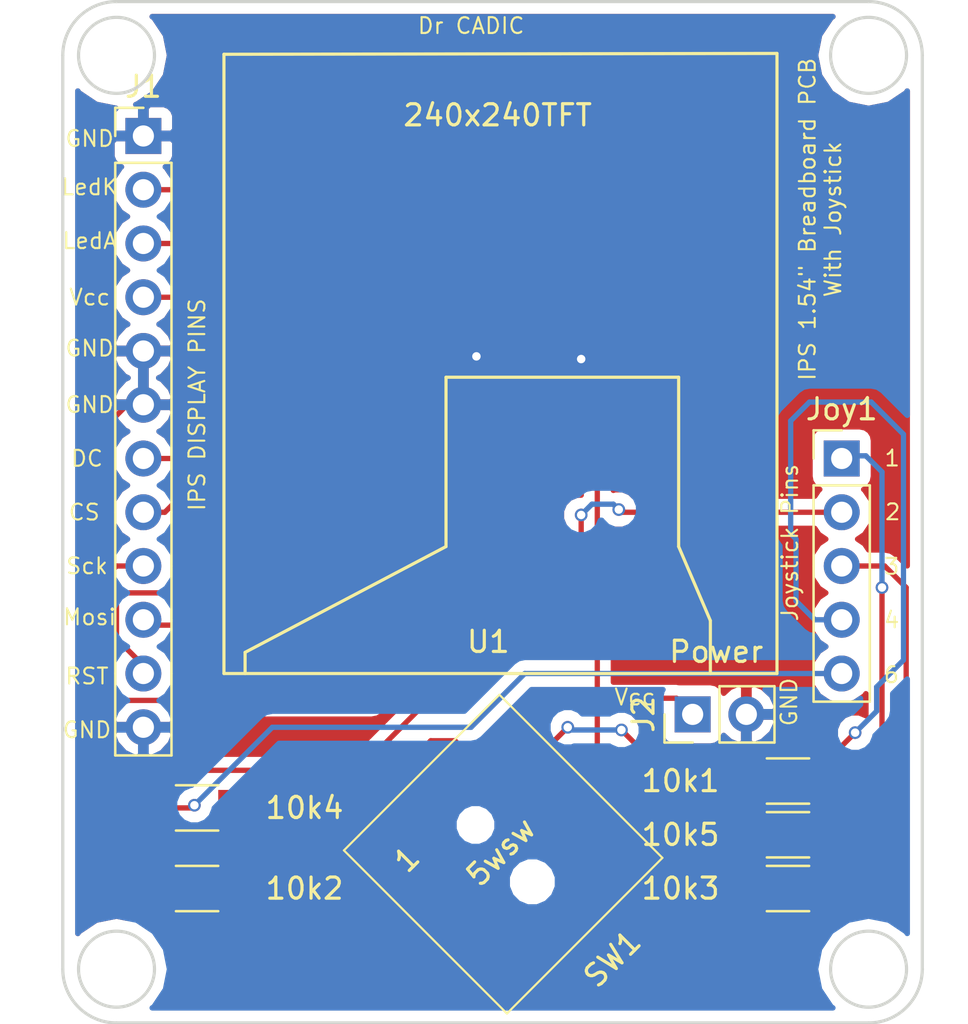
<source format=kicad_pcb>
(kicad_pcb (version 4) (host pcbnew 4.0.7)

  (general
    (links 28)
    (no_connects 0)
    (area 108.6641 101.524999 154.7958 149.935001)
    (thickness 1.6)
    (drawings 35)
    (tracks 176)
    (zones 0)
    (modules 10)
    (nets 20)
  )

  (page A4)
  (layers
    (0 F.Cu signal)
    (31 B.Cu signal)
    (32 B.Adhes user)
    (33 F.Adhes user)
    (34 B.Paste user)
    (35 F.Paste user)
    (36 B.SilkS user)
    (37 F.SilkS user)
    (38 B.Mask user)
    (39 F.Mask user)
    (40 Dwgs.User user)
    (41 Cmts.User user)
    (42 Eco1.User user)
    (43 Eco2.User user)
    (44 Edge.Cuts user)
    (45 Margin user)
    (46 B.CrtYd user)
    (47 F.CrtYd user)
    (48 B.Fab user)
    (49 F.Fab user)
  )

  (setup
    (last_trace_width 0.25)
    (trace_clearance 0.2)
    (zone_clearance 0.508)
    (zone_45_only no)
    (trace_min 0.2)
    (segment_width 0.2)
    (edge_width 0.15)
    (via_size 0.6)
    (via_drill 0.4)
    (via_min_size 0.4)
    (via_min_drill 0.3)
    (uvia_size 0.3)
    (uvia_drill 0.1)
    (uvias_allowed no)
    (uvia_min_size 0.2)
    (uvia_min_drill 0.1)
    (pcb_text_width 0.3)
    (pcb_text_size 1.5 1.5)
    (mod_edge_width 0.15)
    (mod_text_size 1 1)
    (mod_text_width 0.15)
    (pad_size 1.524 1.524)
    (pad_drill 0.762)
    (pad_to_mask_clearance 0.2)
    (aux_axis_origin 0 0)
    (visible_elements FFFFFF7F)
    (pcbplotparams
      (layerselection 0x010ff_80000001)
      (usegerberextensions false)
      (excludeedgelayer true)
      (linewidth 0.100000)
      (plotframeref false)
      (viasonmask false)
      (mode 1)
      (useauxorigin false)
      (hpglpennumber 1)
      (hpglpenspeed 20)
      (hpglpendiameter 15)
      (hpglpenoverlay 2)
      (psnegative false)
      (psa4output false)
      (plotreference true)
      (plotvalue true)
      (plotinvisibletext false)
      (padsonsilk false)
      (subtractmaskfromsilk false)
      (outputformat 1)
      (mirror false)
      (drillshape 0)
      (scaleselection 1)
      (outputdirectory gerber/))
  )

  (net 0 "")
  (net 1 "Net-(10k1-Pad1)")
  (net 2 "Net-(10k1-Pad2)")
  (net 3 "Net-(10k2-Pad1)")
  (net 4 "Net-(10k2-Pad2)")
  (net 5 "Net-(10k3-Pad1)")
  (net 6 "Net-(10k3-Pad2)")
  (net 7 "Net-(10k4-Pad1)")
  (net 8 "Net-(10k4-Pad2)")
  (net 9 "Net-(10k5-Pad1)")
  (net 10 "Net-(10k5-Pad2)")
  (net 11 GND)
  (net 12 "Net-(J1-Pad2)")
  (net 13 "Net-(J1-Pad3)")
  (net 14 /VCC)
  (net 15 "Net-(J1-Pad7)")
  (net 16 "Net-(J1-Pad8)")
  (net 17 "Net-(J1-Pad9)")
  (net 18 "Net-(J1-Pad10)")
  (net 19 "Net-(J1-Pad11)")

  (net_class Default "Ceci est la Netclass par défaut"
    (clearance 0.2)
    (trace_width 0.25)
    (via_dia 0.6)
    (via_drill 0.4)
    (uvia_dia 0.3)
    (uvia_drill 0.1)
    (add_net /VCC)
    (add_net GND)
    (add_net "Net-(10k1-Pad1)")
    (add_net "Net-(10k1-Pad2)")
    (add_net "Net-(10k2-Pad1)")
    (add_net "Net-(10k2-Pad2)")
    (add_net "Net-(10k3-Pad1)")
    (add_net "Net-(10k3-Pad2)")
    (add_net "Net-(10k4-Pad1)")
    (add_net "Net-(10k4-Pad2)")
    (add_net "Net-(10k5-Pad1)")
    (add_net "Net-(10k5-Pad2)")
    (add_net "Net-(J1-Pad10)")
    (add_net "Net-(J1-Pad11)")
    (add_net "Net-(J1-Pad2)")
    (add_net "Net-(J1-Pad3)")
    (add_net "Net-(J1-Pad7)")
    (add_net "Net-(J1-Pad8)")
    (add_net "Net-(J1-Pad9)")
  )

  (module Resistors_SMD:R_1206_HandSoldering (layer F.Cu) (tedit 5CB82E52) (tstamp 5CB82C70)
    (at 146.05 140.97)
    (descr "Resistor SMD 1206, hand soldering")
    (tags "resistor 1206")
    (path /5CB82B3E)
    (attr smd)
    (fp_text reference 10k1 (at -5.08 -2.54) (layer F.SilkS)
      (effects (font (size 1 1) (thickness 0.15)))
    )
    (fp_text value R (at 0 1.9) (layer F.Fab)
      (effects (font (size 1 1) (thickness 0.15)))
    )
    (fp_text user %R (at 0 0) (layer F.Fab)
      (effects (font (size 0.7 0.7) (thickness 0.105)))
    )
    (fp_line (start -1.6 0.8) (end -1.6 -0.8) (layer F.Fab) (width 0.1))
    (fp_line (start 1.6 0.8) (end -1.6 0.8) (layer F.Fab) (width 0.1))
    (fp_line (start 1.6 -0.8) (end 1.6 0.8) (layer F.Fab) (width 0.1))
    (fp_line (start -1.6 -0.8) (end 1.6 -0.8) (layer F.Fab) (width 0.1))
    (fp_line (start 1 1.07) (end -1 1.07) (layer F.SilkS) (width 0.12))
    (fp_line (start -1 -1.07) (end 1 -1.07) (layer F.SilkS) (width 0.12))
    (fp_line (start -3.25 -1.11) (end 3.25 -1.11) (layer F.CrtYd) (width 0.05))
    (fp_line (start -3.25 -1.11) (end -3.25 1.1) (layer F.CrtYd) (width 0.05))
    (fp_line (start 3.25 1.1) (end 3.25 -1.11) (layer F.CrtYd) (width 0.05))
    (fp_line (start 3.25 1.1) (end -3.25 1.1) (layer F.CrtYd) (width 0.05))
    (pad 1 smd rect (at -2 0) (size 2 1.7) (layers F.Cu F.Paste F.Mask)
      (net 1 "Net-(10k1-Pad1)"))
    (pad 2 smd rect (at 2 0) (size 2 1.7) (layers F.Cu F.Paste F.Mask)
      (net 2 "Net-(10k1-Pad2)"))
    (model ${KISYS3DMOD}/Resistors_SMD.3dshapes/R_1206.wrl
      (at (xyz 0 0 0))
      (scale (xyz 1 1 1))
      (rotate (xyz 0 0 0))
    )
  )

  (module Resistors_SMD:R_1206_HandSoldering (layer F.Cu) (tedit 5CB82E5E) (tstamp 5CB82C81)
    (at 118.11 143.51)
    (descr "Resistor SMD 1206, hand soldering")
    (tags "resistor 1206")
    (path /5CB82BD6)
    (attr smd)
    (fp_text reference 10k2 (at 5.08 0) (layer F.SilkS)
      (effects (font (size 1 1) (thickness 0.15)))
    )
    (fp_text value R (at 0 1.9) (layer F.Fab)
      (effects (font (size 1 1) (thickness 0.15)))
    )
    (fp_text user %R (at 0 0) (layer F.Fab)
      (effects (font (size 0.7 0.7) (thickness 0.105)))
    )
    (fp_line (start -1.6 0.8) (end -1.6 -0.8) (layer F.Fab) (width 0.1))
    (fp_line (start 1.6 0.8) (end -1.6 0.8) (layer F.Fab) (width 0.1))
    (fp_line (start 1.6 -0.8) (end 1.6 0.8) (layer F.Fab) (width 0.1))
    (fp_line (start -1.6 -0.8) (end 1.6 -0.8) (layer F.Fab) (width 0.1))
    (fp_line (start 1 1.07) (end -1 1.07) (layer F.SilkS) (width 0.12))
    (fp_line (start -1 -1.07) (end 1 -1.07) (layer F.SilkS) (width 0.12))
    (fp_line (start -3.25 -1.11) (end 3.25 -1.11) (layer F.CrtYd) (width 0.05))
    (fp_line (start -3.25 -1.11) (end -3.25 1.1) (layer F.CrtYd) (width 0.05))
    (fp_line (start 3.25 1.1) (end 3.25 -1.11) (layer F.CrtYd) (width 0.05))
    (fp_line (start 3.25 1.1) (end -3.25 1.1) (layer F.CrtYd) (width 0.05))
    (pad 1 smd rect (at -2 0) (size 2 1.7) (layers F.Cu F.Paste F.Mask)
      (net 3 "Net-(10k2-Pad1)"))
    (pad 2 smd rect (at 2 0) (size 2 1.7) (layers F.Cu F.Paste F.Mask)
      (net 4 "Net-(10k2-Pad2)"))
    (model ${KISYS3DMOD}/Resistors_SMD.3dshapes/R_1206.wrl
      (at (xyz 0 0 0))
      (scale (xyz 1 1 1))
      (rotate (xyz 0 0 0))
    )
  )

  (module Resistors_SMD:R_1206_HandSoldering (layer F.Cu) (tedit 5CB82E49) (tstamp 5CB82C92)
    (at 146.05 143.51)
    (descr "Resistor SMD 1206, hand soldering")
    (tags "resistor 1206")
    (path /5CB82C2D)
    (attr smd)
    (fp_text reference 10k3 (at -5.08 0) (layer F.SilkS)
      (effects (font (size 1 1) (thickness 0.15)))
    )
    (fp_text value R (at 0 1.9) (layer F.Fab)
      (effects (font (size 1 1) (thickness 0.15)))
    )
    (fp_text user %R (at 0 0) (layer F.Fab)
      (effects (font (size 0.7 0.7) (thickness 0.105)))
    )
    (fp_line (start -1.6 0.8) (end -1.6 -0.8) (layer F.Fab) (width 0.1))
    (fp_line (start 1.6 0.8) (end -1.6 0.8) (layer F.Fab) (width 0.1))
    (fp_line (start 1.6 -0.8) (end 1.6 0.8) (layer F.Fab) (width 0.1))
    (fp_line (start -1.6 -0.8) (end 1.6 -0.8) (layer F.Fab) (width 0.1))
    (fp_line (start 1 1.07) (end -1 1.07) (layer F.SilkS) (width 0.12))
    (fp_line (start -1 -1.07) (end 1 -1.07) (layer F.SilkS) (width 0.12))
    (fp_line (start -3.25 -1.11) (end 3.25 -1.11) (layer F.CrtYd) (width 0.05))
    (fp_line (start -3.25 -1.11) (end -3.25 1.1) (layer F.CrtYd) (width 0.05))
    (fp_line (start 3.25 1.1) (end 3.25 -1.11) (layer F.CrtYd) (width 0.05))
    (fp_line (start 3.25 1.1) (end -3.25 1.1) (layer F.CrtYd) (width 0.05))
    (pad 1 smd rect (at -2 0) (size 2 1.7) (layers F.Cu F.Paste F.Mask)
      (net 5 "Net-(10k3-Pad1)"))
    (pad 2 smd rect (at 2 0) (size 2 1.7) (layers F.Cu F.Paste F.Mask)
      (net 6 "Net-(10k3-Pad2)"))
    (model ${KISYS3DMOD}/Resistors_SMD.3dshapes/R_1206.wrl
      (at (xyz 0 0 0))
      (scale (xyz 1 1 1))
      (rotate (xyz 0 0 0))
    )
  )

  (module Resistors_SMD:R_1206_HandSoldering (layer F.Cu) (tedit 5CB82E5A) (tstamp 5CB82CA3)
    (at 118.11 139.7)
    (descr "Resistor SMD 1206, hand soldering")
    (tags "resistor 1206")
    (path /5CB82A34)
    (attr smd)
    (fp_text reference 10k4 (at 5.08 0) (layer F.SilkS)
      (effects (font (size 1 1) (thickness 0.15)))
    )
    (fp_text value R (at 0 1.9) (layer F.Fab)
      (effects (font (size 1 1) (thickness 0.15)))
    )
    (fp_text user %R (at 0 0) (layer F.Fab)
      (effects (font (size 0.7 0.7) (thickness 0.105)))
    )
    (fp_line (start -1.6 0.8) (end -1.6 -0.8) (layer F.Fab) (width 0.1))
    (fp_line (start 1.6 0.8) (end -1.6 0.8) (layer F.Fab) (width 0.1))
    (fp_line (start 1.6 -0.8) (end 1.6 0.8) (layer F.Fab) (width 0.1))
    (fp_line (start -1.6 -0.8) (end 1.6 -0.8) (layer F.Fab) (width 0.1))
    (fp_line (start 1 1.07) (end -1 1.07) (layer F.SilkS) (width 0.12))
    (fp_line (start -1 -1.07) (end 1 -1.07) (layer F.SilkS) (width 0.12))
    (fp_line (start -3.25 -1.11) (end 3.25 -1.11) (layer F.CrtYd) (width 0.05))
    (fp_line (start -3.25 -1.11) (end -3.25 1.1) (layer F.CrtYd) (width 0.05))
    (fp_line (start 3.25 1.1) (end 3.25 -1.11) (layer F.CrtYd) (width 0.05))
    (fp_line (start 3.25 1.1) (end -3.25 1.1) (layer F.CrtYd) (width 0.05))
    (pad 1 smd rect (at -2 0) (size 2 1.7) (layers F.Cu F.Paste F.Mask)
      (net 7 "Net-(10k4-Pad1)"))
    (pad 2 smd rect (at 2 0) (size 2 1.7) (layers F.Cu F.Paste F.Mask)
      (net 8 "Net-(10k4-Pad2)"))
    (model ${KISYS3DMOD}/Resistors_SMD.3dshapes/R_1206.wrl
      (at (xyz 0 0 0))
      (scale (xyz 1 1 1))
      (rotate (xyz 0 0 0))
    )
  )

  (module Resistors_SMD:R_1206_HandSoldering (layer F.Cu) (tedit 5CB82E4E) (tstamp 5CB82CB4)
    (at 146.05 138.43 180)
    (descr "Resistor SMD 1206, hand soldering")
    (tags "resistor 1206")
    (path /5CB82848)
    (attr smd)
    (fp_text reference 10k5 (at 5.08 -2.54 180) (layer F.SilkS)
      (effects (font (size 1 1) (thickness 0.15)))
    )
    (fp_text value R (at 0 1.9 180) (layer F.Fab)
      (effects (font (size 1 1) (thickness 0.15)))
    )
    (fp_text user %R (at 0 0 180) (layer F.Fab)
      (effects (font (size 0.7 0.7) (thickness 0.105)))
    )
    (fp_line (start -1.6 0.8) (end -1.6 -0.8) (layer F.Fab) (width 0.1))
    (fp_line (start 1.6 0.8) (end -1.6 0.8) (layer F.Fab) (width 0.1))
    (fp_line (start 1.6 -0.8) (end 1.6 0.8) (layer F.Fab) (width 0.1))
    (fp_line (start -1.6 -0.8) (end 1.6 -0.8) (layer F.Fab) (width 0.1))
    (fp_line (start 1 1.07) (end -1 1.07) (layer F.SilkS) (width 0.12))
    (fp_line (start -1 -1.07) (end 1 -1.07) (layer F.SilkS) (width 0.12))
    (fp_line (start -3.25 -1.11) (end 3.25 -1.11) (layer F.CrtYd) (width 0.05))
    (fp_line (start -3.25 -1.11) (end -3.25 1.1) (layer F.CrtYd) (width 0.05))
    (fp_line (start 3.25 1.1) (end 3.25 -1.11) (layer F.CrtYd) (width 0.05))
    (fp_line (start 3.25 1.1) (end -3.25 1.1) (layer F.CrtYd) (width 0.05))
    (pad 1 smd rect (at -2 0 180) (size 2 1.7) (layers F.Cu F.Paste F.Mask)
      (net 9 "Net-(10k5-Pad1)"))
    (pad 2 smd rect (at 2 0 180) (size 2 1.7) (layers F.Cu F.Paste F.Mask)
      (net 10 "Net-(10k5-Pad2)"))
    (model ${KISYS3DMOD}/Resistors_SMD.3dshapes/R_1206.wrl
      (at (xyz 0 0 0))
      (scale (xyz 1 1 1))
      (rotate (xyz 0 0 0))
    )
  )

  (module Socket_Strips:Socket_Strip_Straight_1x12_Pitch2.54mm (layer F.Cu) (tedit 5CB83EC3) (tstamp 5CB82CD3)
    (at 115.57 107.95)
    (descr "Through hole straight socket strip, 1x12, 2.54mm pitch, single row")
    (tags "Through hole socket strip THT 1x12 2.54mm single row")
    (path /5CB72FEA)
    (fp_text reference J1 (at 0 -2.33) (layer F.SilkS)
      (effects (font (size 1 1) (thickness 0.15)))
    )
    (fp_text value ConVid (at -5.9309 21.1328 90) (layer F.Fab)
      (effects (font (size 1 1) (thickness 0.15)))
    )
    (fp_line (start -1.27 -1.27) (end -1.27 29.21) (layer F.Fab) (width 0.1))
    (fp_line (start -1.27 29.21) (end 1.27 29.21) (layer F.Fab) (width 0.1))
    (fp_line (start 1.27 29.21) (end 1.27 -1.27) (layer F.Fab) (width 0.1))
    (fp_line (start 1.27 -1.27) (end -1.27 -1.27) (layer F.Fab) (width 0.1))
    (fp_line (start -1.33 1.27) (end -1.33 29.27) (layer F.SilkS) (width 0.12))
    (fp_line (start -1.33 29.27) (end 1.33 29.27) (layer F.SilkS) (width 0.12))
    (fp_line (start 1.33 29.27) (end 1.33 1.27) (layer F.SilkS) (width 0.12))
    (fp_line (start 1.33 1.27) (end -1.33 1.27) (layer F.SilkS) (width 0.12))
    (fp_line (start -1.33 0) (end -1.33 -1.33) (layer F.SilkS) (width 0.12))
    (fp_line (start -1.33 -1.33) (end 0 -1.33) (layer F.SilkS) (width 0.12))
    (fp_line (start -1.8 -1.8) (end -1.8 29.75) (layer F.CrtYd) (width 0.05))
    (fp_line (start -1.8 29.75) (end 1.8 29.75) (layer F.CrtYd) (width 0.05))
    (fp_line (start 1.8 29.75) (end 1.8 -1.8) (layer F.CrtYd) (width 0.05))
    (fp_line (start 1.8 -1.8) (end -1.8 -1.8) (layer F.CrtYd) (width 0.05))
    (fp_text user %R (at 0 -2.33) (layer F.Fab)
      (effects (font (size 1 1) (thickness 0.15)))
    )
    (pad 1 thru_hole rect (at 0 0) (size 1.7 1.7) (drill 1) (layers *.Cu *.Mask)
      (net 11 GND))
    (pad 2 thru_hole oval (at 0 2.54) (size 1.7 1.7) (drill 1) (layers *.Cu *.Mask)
      (net 12 "Net-(J1-Pad2)"))
    (pad 3 thru_hole oval (at 0 5.08) (size 1.7 1.7) (drill 1) (layers *.Cu *.Mask)
      (net 13 "Net-(J1-Pad3)"))
    (pad 4 thru_hole oval (at 0 7.62) (size 1.7 1.7) (drill 1) (layers *.Cu *.Mask)
      (net 14 /VCC))
    (pad 5 thru_hole oval (at 0 10.16) (size 1.7 1.7) (drill 1) (layers *.Cu *.Mask)
      (net 11 GND))
    (pad 6 thru_hole oval (at 0 12.7) (size 1.7 1.7) (drill 1) (layers *.Cu *.Mask)
      (net 11 GND))
    (pad 7 thru_hole oval (at 0 15.24) (size 1.7 1.7) (drill 1) (layers *.Cu *.Mask)
      (net 15 "Net-(J1-Pad7)"))
    (pad 8 thru_hole oval (at 0 17.78) (size 1.7 1.7) (drill 1) (layers *.Cu *.Mask)
      (net 16 "Net-(J1-Pad8)"))
    (pad 9 thru_hole oval (at 0 20.32) (size 1.7 1.7) (drill 1) (layers *.Cu *.Mask)
      (net 17 "Net-(J1-Pad9)"))
    (pad 10 thru_hole oval (at 0 22.86) (size 1.7 1.7) (drill 1) (layers *.Cu *.Mask)
      (net 18 "Net-(J1-Pad10)"))
    (pad 11 thru_hole oval (at 0 25.4) (size 1.7 1.7) (drill 1) (layers *.Cu *.Mask)
      (net 19 "Net-(J1-Pad11)"))
    (pad 12 thru_hole oval (at 0 27.94) (size 1.7 1.7) (drill 1) (layers *.Cu *.Mask)
      (net 11 GND))
    (model ${KISYS3DMOD}/Socket_Strips.3dshapes/Socket_Strip_Straight_1x12_Pitch2.54mm.wrl
      (at (xyz 0 -0.55 0))
      (scale (xyz 1 1 1))
      (rotate (xyz 0 0 270))
    )
  )

  (module Socket_Strips:Socket_Strip_Straight_1x05_Pitch2.54mm (layer F.Cu) (tedit 5CB83E89) (tstamp 5CB82CEB)
    (at 148.59 123.19)
    (descr "Through hole straight socket strip, 1x05, 2.54mm pitch, single row")
    (tags "Through hole socket strip THT 1x05 2.54mm single row")
    (path /5CB82E0B)
    (fp_text reference Joy1 (at 0 -2.33) (layer F.SilkS)
      (effects (font (size 1 1) (thickness 0.15)))
    )
    (fp_text value Conn_01x05 (at 5.1308 5.0038 90) (layer F.Fab)
      (effects (font (size 1 1) (thickness 0.15)))
    )
    (fp_line (start -1.27 -1.27) (end -1.27 11.43) (layer F.Fab) (width 0.1))
    (fp_line (start -1.27 11.43) (end 1.27 11.43) (layer F.Fab) (width 0.1))
    (fp_line (start 1.27 11.43) (end 1.27 -1.27) (layer F.Fab) (width 0.1))
    (fp_line (start 1.27 -1.27) (end -1.27 -1.27) (layer F.Fab) (width 0.1))
    (fp_line (start -1.33 1.27) (end -1.33 11.49) (layer F.SilkS) (width 0.12))
    (fp_line (start -1.33 11.49) (end 1.33 11.49) (layer F.SilkS) (width 0.12))
    (fp_line (start 1.33 11.49) (end 1.33 1.27) (layer F.SilkS) (width 0.12))
    (fp_line (start 1.33 1.27) (end -1.33 1.27) (layer F.SilkS) (width 0.12))
    (fp_line (start -1.33 0) (end -1.33 -1.33) (layer F.SilkS) (width 0.12))
    (fp_line (start -1.33 -1.33) (end 0 -1.33) (layer F.SilkS) (width 0.12))
    (fp_line (start -1.8 -1.8) (end -1.8 11.95) (layer F.CrtYd) (width 0.05))
    (fp_line (start -1.8 11.95) (end 1.8 11.95) (layer F.CrtYd) (width 0.05))
    (fp_line (start 1.8 11.95) (end 1.8 -1.8) (layer F.CrtYd) (width 0.05))
    (fp_line (start 1.8 -1.8) (end -1.8 -1.8) (layer F.CrtYd) (width 0.05))
    (fp_text user %R (at 0 -2.33) (layer F.Fab)
      (effects (font (size 1 1) (thickness 0.15)))
    )
    (pad 1 thru_hole rect (at 0 0) (size 1.7 1.7) (drill 1) (layers *.Cu *.Mask)
      (net 2 "Net-(10k1-Pad2)"))
    (pad 2 thru_hole oval (at 0 2.54) (size 1.7 1.7) (drill 1) (layers *.Cu *.Mask)
      (net 4 "Net-(10k2-Pad2)"))
    (pad 3 thru_hole oval (at 0 5.08) (size 1.7 1.7) (drill 1) (layers *.Cu *.Mask)
      (net 6 "Net-(10k3-Pad2)"))
    (pad 4 thru_hole oval (at 0 7.62) (size 1.7 1.7) (drill 1) (layers *.Cu *.Mask)
      (net 9 "Net-(10k5-Pad1)"))
    (pad 5 thru_hole oval (at 0 10.16) (size 1.7 1.7) (drill 1) (layers *.Cu *.Mask)
      (net 7 "Net-(10k4-Pad1)"))
    (model ${KISYS3DMOD}/Socket_Strips.3dshapes/Socket_Strip_Straight_1x05_Pitch2.54mm.wrl
      (at (xyz 0 -0.2 0))
      (scale (xyz 1 1 1))
      (rotate (xyz 0 0 270))
    )
  )

  (module bbq10kbd_kit-master:5WAY_sw (layer F.Cu) (tedit 59308240) (tstamp 5CB82D02)
    (at 128.27 143.51 45)
    (path /5CB8241A)
    (fp_text reference SW1 (at 4.35 9.05 45) (layer F.SilkS)
      (effects (font (size 1 1) (thickness 0.15)))
    )
    (fp_text value 5W_SW (at 4.5 -5.9 45) (layer F.Fab)
      (effects (font (size 1 1) (thickness 0.15)))
    )
    (fp_text user 5wsw (at 4.2 1.75 45) (layer F.SilkS)
      (effects (font (size 1 1) (thickness 0.15)))
    )
    (fp_text user 1 (at 0.8 -1.15 45) (layer F.SilkS)
      (effects (font (size 1 1) (thickness 0.15)))
    )
    (fp_line (start 0 -3.55) (end 9.4 -3.55) (layer F.SilkS) (width 0.1))
    (fp_line (start 9.4 -3.55) (end 9.4 7.35) (layer F.SilkS) (width 0.1))
    (fp_line (start 9.4 7.35) (end -1 7.35) (layer F.SilkS) (width 0.1))
    (fp_line (start -1 7.35) (end -1 -3.55) (layer F.SilkS) (width 0.1))
    (fp_line (start -1 -3.55) (end 0 -3.55) (layer F.SilkS) (width 0.1))
    (fp_circle (center 4.25 0) (end 4.65 -0.1) (layer Margin) (width 0.1))
    (fp_circle (center 4.25 3.8) (end 4.8 3.75) (layer Margin) (width 0.1))
    (pad 6 smd rect (at 7.8 3.35 45) (size 2 1) (layers F.Cu F.Paste F.Mask)
      (net 8 "Net-(10k4-Pad2)"))
    (pad 5 smd rect (at 7.8 1.925 45) (size 2 1) (layers F.Cu F.Paste F.Mask)
      (net 14 /VCC))
    (pad 4 smd rect (at 7.8 0.5 45) (size 2 1) (layers F.Cu F.Paste F.Mask)
      (net 10 "Net-(10k5-Pad2)"))
    (pad 1 smd rect (at 0.7 0.5 45) (size 2 1) (layers F.Cu F.Paste F.Mask)
      (net 1 "Net-(10k1-Pad1)"))
    (pad 3 smd rect (at 0.7 3.35 45) (size 2 1) (layers F.Cu F.Paste F.Mask)
      (net 5 "Net-(10k3-Pad1)"))
    (pad 2 smd rect (at 0.7 1.925 45) (size 2 1) (layers F.Cu F.Paste F.Mask)
      (net 3 "Net-(10k2-Pad1)"))
    (pad "" smd rect (at 4.25 6.05 45) (size 2 2) (layers F.Cu F.Paste F.Mask))
    (pad "" smd rect (at 4.35 -2.25 45) (size 2 2) (layers F.Cu F.Paste F.Mask))
    (pad "" np_thru_hole circle (at 4.25 0 45) (size 0.76 0.76) (drill 0.76) (layers *.Cu *.Mask))
    (pad "" np_thru_hole circle (at 4.25 3.8 45) (size 1.1 1.1) (drill 1.1) (layers *.Cu *.Mask))
    (model D:/NasCloud/Creation3D/HIROSE_BBOARD/joystick.wrl
      (at (xyz 0.022 -0.222 0))
      (scale (xyz 0.393701 0.393701 0.393701))
      (rotate (xyz 0 0 0))
    )
  )

  (module stm32china:240240TFT (layer F.Cu) (tedit 5C98F00F) (tstamp 5CB82D27)
    (at 119.38 133.35)
    (path /5CB72EF7)
    (fp_text reference U1 (at 12.5 -1.5) (layer F.SilkS)
      (effects (font (size 1 1) (thickness 0.15)))
    )
    (fp_text value 240x240TFT (at 12.94 -26.38) (layer F.SilkS)
      (effects (font (size 1 1) (thickness 0.15)))
    )
    (fp_line (start 1 -1) (end 1 0) (layer F.SilkS) (width 0.15))
    (fp_line (start 23 -0.5) (end 23 0) (layer F.SilkS) (width 0.15))
    (fp_line (start 23 -0.5) (end 23 -2.5) (layer F.SilkS) (width 0.15))
    (fp_line (start 23 -2.5) (end 21.5 -6) (layer F.SilkS) (width 0.15))
    (fp_line (start 21.5 -6) (end 21.5 -14) (layer F.SilkS) (width 0.15))
    (fp_line (start 21.5 -14) (end 10.5 -14) (layer F.SilkS) (width 0.15))
    (fp_line (start 10.5 -14) (end 10.5 -6) (layer F.SilkS) (width 0.15))
    (fp_line (start 10.5 -6) (end 1 -1) (layer F.SilkS) (width 0.15))
    (fp_line (start 1 -3.5) (end 25.5 -3.5) (layer F.CrtYd) (width 0.15))
    (fp_line (start 25.5 -3.5) (end 25.5 -4) (layer F.CrtYd) (width 0.15))
    (fp_line (start 0.5 -28.5) (end 25.5 -28.5) (layer F.CrtYd) (width 0.15))
    (fp_line (start 25.5 -28.5) (end 25.5 -4) (layer F.CrtYd) (width 0.15))
    (fp_line (start 1 -3.5) (end 0.5 -3.5) (layer F.CrtYd) (width 0.15))
    (fp_line (start 0.5 -3.5) (end 0.5 -28.5) (layer F.CrtYd) (width 0.15))
    (fp_line (start 19.68 -13.12) (end 19.68 -12.84) (layer F.CrtYd) (width 0.15))
    (fp_line (start 11.98 -13.03) (end 11.98 -12.95) (layer F.CrtYd) (width 0.15))
    (fp_line (start -0.03 -13.12) (end 0.73 -13.12) (layer F.CrtYd) (width 0.15))
    (fp_line (start 0 0) (end 0 -29.26) (layer F.SilkS) (width 0.15))
    (fp_line (start 0 -29.26) (end 26.15 -29.3) (layer F.SilkS) (width 0.15))
    (fp_line (start 26.15 -29.3) (end 26.15 0) (layer F.SilkS) (width 0.15))
    (fp_line (start 26.15 0) (end 0 0) (layer F.SilkS) (width 0.15))
    (pad 1 smd rect (at 19.7 -12.7) (size 0.35 2) (layers F.Cu F.Paste F.Mask)
      (net 11 GND))
    (pad 2 smd rect (at 19 -12.7) (size 0.35 2) (layers F.Cu F.Paste F.Mask)
      (net 12 "Net-(J1-Pad2)"))
    (pad 3 smd rect (at 18.3 -12.7) (size 0.35 2) (layers F.Cu F.Paste F.Mask)
      (net 13 "Net-(J1-Pad3)"))
    (pad 4 smd rect (at 17.6 -12.7) (size 0.35 2) (layers F.Cu F.Paste F.Mask)
      (net 14 /VCC))
    (pad 5 smd rect (at 16.9 -12.7) (size 0.35 2) (layers F.Cu F.Paste F.Mask)
      (net 11 GND))
    (pad 6 smd rect (at 16.2 -12.7) (size 0.35 2) (layers F.Cu F.Paste F.Mask)
      (net 11 GND))
    (pad 7 smd rect (at 15.5 -12.7) (size 0.35 2) (layers F.Cu F.Paste F.Mask)
      (net 15 "Net-(J1-Pad7)"))
    (pad 8 smd rect (at 14.8 -12.7) (size 0.35 2) (layers F.Cu F.Paste F.Mask)
      (net 16 "Net-(J1-Pad8)"))
    (pad 9 smd rect (at 14.1 -12.7) (size 0.35 2) (layers F.Cu F.Paste F.Mask)
      (net 17 "Net-(J1-Pad9)"))
    (pad 10 smd rect (at 13.4 -12.7) (size 0.35 2) (layers F.Cu F.Paste F.Mask)
      (net 18 "Net-(J1-Pad10)"))
    (pad 11 smd rect (at 12.7 -12.7) (size 0.35 2) (layers F.Cu F.Paste F.Mask)
      (net 19 "Net-(J1-Pad11)"))
    (pad 12 smd rect (at 12 -12.7) (size 0.35 2) (layers F.Cu F.Paste F.Mask)
      (net 11 GND))
  )

  (module Socket_Strips:Socket_Strip_Straight_1x02_Pitch2.54mm (layer F.Cu) (tedit 5CB83E9A) (tstamp 5CB83EEA)
    (at 141.5415 135.2804 90)
    (descr "Through hole straight socket strip, 1x02, 2.54mm pitch, single row")
    (tags "Through hole socket strip THT 1x02 2.54mm single row")
    (path /5CB83E3C)
    (fp_text reference J2 (at 0 -2.33 90) (layer F.SilkS)
      (effects (font (size 1 1) (thickness 0.15)))
    )
    (fp_text value Power (at 2.9591 1.1176 180) (layer F.SilkS)
      (effects (font (size 1 1) (thickness 0.15)))
    )
    (fp_line (start -1.27 -1.27) (end -1.27 3.81) (layer F.Fab) (width 0.1))
    (fp_line (start -1.27 3.81) (end 1.27 3.81) (layer F.Fab) (width 0.1))
    (fp_line (start 1.27 3.81) (end 1.27 -1.27) (layer F.Fab) (width 0.1))
    (fp_line (start 1.27 -1.27) (end -1.27 -1.27) (layer F.Fab) (width 0.1))
    (fp_line (start -1.33 1.27) (end -1.33 3.87) (layer F.SilkS) (width 0.12))
    (fp_line (start -1.33 3.87) (end 1.33 3.87) (layer F.SilkS) (width 0.12))
    (fp_line (start 1.33 3.87) (end 1.33 1.27) (layer F.SilkS) (width 0.12))
    (fp_line (start 1.33 1.27) (end -1.33 1.27) (layer F.SilkS) (width 0.12))
    (fp_line (start -1.33 0) (end -1.33 -1.33) (layer F.SilkS) (width 0.12))
    (fp_line (start -1.33 -1.33) (end 0 -1.33) (layer F.SilkS) (width 0.12))
    (fp_line (start -1.8 -1.8) (end -1.8 4.35) (layer F.CrtYd) (width 0.05))
    (fp_line (start -1.8 4.35) (end 1.8 4.35) (layer F.CrtYd) (width 0.05))
    (fp_line (start 1.8 4.35) (end 1.8 -1.8) (layer F.CrtYd) (width 0.05))
    (fp_line (start 1.8 -1.8) (end -1.8 -1.8) (layer F.CrtYd) (width 0.05))
    (fp_text user %R (at 0 -2.33 90) (layer F.Fab)
      (effects (font (size 1 1) (thickness 0.15)))
    )
    (pad 1 thru_hole rect (at 0 0 90) (size 1.7 1.7) (drill 1) (layers *.Cu *.Mask)
      (net 14 /VCC))
    (pad 2 thru_hole oval (at 0 2.54 90) (size 1.7 1.7) (drill 1) (layers *.Cu *.Mask)
      (net 11 GND))
    (model ${KISYS3DMOD}/Socket_Strips.3dshapes/Socket_Strip_Straight_1x02_Pitch2.54mm.wrl
      (at (xyz 0 -0.05 0))
      (scale (xyz 1 1 1))
      (rotate (xyz 0 0 270))
    )
  )

  (gr_text GND (at 146.1008 134.6962 90) (layer F.SilkS)
    (effects (font (size 0.75 0.75) (thickness 0.1)))
  )
  (gr_text Vcc (at 138.811 134.4676) (layer F.SilkS)
    (effects (font (size 0.75 0.75) (thickness 0.1)))
  )
  (gr_text 6 (at 150.9395 133.4135) (layer F.SilkS)
    (effects (font (size 0.75 0.75) (thickness 0.1)))
  )
  (gr_text 4 (at 150.9522 130.8227) (layer F.SilkS)
    (effects (font (size 0.75 0.75) (thickness 0.1)))
  )
  (gr_text 3 (at 150.9522 128.2954) (layer F.SilkS)
    (effects (font (size 0.75 0.75) (thickness 0.1)))
  )
  (gr_text 2 (at 151.003 125.7173) (layer F.SilkS)
    (effects (font (size 0.75 0.75) (thickness 0.1)))
  )
  (gr_text 1 (at 150.9776 123.1773) (layer F.SilkS)
    (effects (font (size 0.75 0.75) (thickness 0.1)))
  )
  (gr_text "Joystick Pins" (at 146.1389 127.1651 90) (layer F.SilkS)
    (effects (font (size 0.75 0.75) (thickness 0.1)))
  )
  (gr_text "IPS DISPLAY PINS" (at 118.11 120.65 90) (layer F.SilkS)
    (effects (font (size 0.75 0.75) (thickness 0.1)))
  )
  (gr_text DC (at 112.903 123.19) (layer F.SilkS)
    (effects (font (size 0.75 0.75) (thickness 0.1)))
  )
  (gr_text CS (at 112.776 125.73) (layer F.SilkS)
    (effects (font (size 0.75 0.75) (thickness 0.1)))
  )
  (gr_text GND (at 112.903 136.017) (layer F.SilkS)
    (effects (font (size 0.75 0.75) (thickness 0.1)))
  )
  (gr_text Vcc (at 113.03 115.57) (layer F.SilkS)
    (effects (font (size 0.75 0.75) (thickness 0.1)))
  )
  (gr_text LedA (at 113.03 112.903) (layer F.SilkS)
    (effects (font (size 0.75 0.75) (thickness 0.1)))
  )
  (gr_text LedK (at 113.03 110.363) (layer F.SilkS)
    (effects (font (size 0.75 0.75) (thickness 0.1)))
  )
  (gr_text GND (at 113.03 120.65) (layer F.SilkS)
    (effects (font (size 0.75 0.75) (thickness 0.1)))
  )
  (gr_text GND (at 113.03 117.983) (layer F.SilkS)
    (effects (font (size 0.75 0.75) (thickness 0.1)))
  )
  (gr_text Sck (at 112.903 128.27) (layer F.SilkS)
    (effects (font (size 0.75 0.75) (thickness 0.1)))
  )
  (gr_text Mosi (at 113.03 130.683) (layer F.SilkS)
    (effects (font (size 0.75 0.75) (thickness 0.1)))
  )
  (gr_text RST (at 112.903 133.477) (layer F.SilkS)
    (effects (font (size 0.75 0.75) (thickness 0.1)))
  )
  (gr_text GND (at 113.03 108.077) (layer F.SilkS)
    (effects (font (size 0.75 0.75) (thickness 0.1)))
  )
  (gr_text "IPS 1.54\" Breadboard PCB\nWith Joystick" (at 147.574 111.887 90) (layer F.SilkS)
    (effects (font (size 0.75 0.75) (thickness 0.1)))
  )
  (gr_text "Dr CADIC" (at 131.064 102.743) (layer F.SilkS)
    (effects (font (size 0.75 0.75) (thickness 0.1)))
  )
  (gr_circle (center 114.3 104.14) (end 115.57 102.87) (layer Edge.Cuts) (width 0.15))
  (gr_circle (center 149.86 147.32) (end 151.13 146.05) (layer Edge.Cuts) (width 0.15))
  (gr_circle (center 114.3 147.32) (end 115.57 146.05) (layer Edge.Cuts) (width 0.15))
  (gr_circle (center 149.86 104.14) (end 151.13 102.87) (layer Edge.Cuts) (width 0.15))
  (gr_line (start 114.3 149.86) (end 149.86 149.86) (angle 90) (layer Edge.Cuts) (width 0.15))
  (gr_arc (start 149.86 147.32) (end 152.4 147.32) (angle 90) (layer Edge.Cuts) (width 0.15))
  (gr_arc (start 114.3 147.32) (end 114.3 149.86) (angle 90) (layer Edge.Cuts) (width 0.15))
  (gr_arc (start 149.86 104.14) (end 149.86 101.6) (angle 90) (layer Edge.Cuts) (width 0.15))
  (gr_arc (start 114.3 104.14) (end 111.76 104.14) (angle 90) (layer Edge.Cuts) (width 0.15))
  (gr_line (start 149.86 101.6) (end 114.3 101.6) (angle 90) (layer Edge.Cuts) (width 0.15))
  (gr_line (start 152.4 147.32) (end 152.4 104.14) (angle 90) (layer Edge.Cuts) (width 0.15))
  (gr_line (start 111.76 104.14) (end 111.76 147.32) (angle 90) (layer Edge.Cuts) (width 0.15))

  (segment (start 129.118528 143.368579) (end 129.118528 143.804472) (width 0.25) (layer F.Cu) (net 1))
  (segment (start 129.118528 143.804472) (end 127.635 145.288) (width 0.25) (layer F.Cu) (net 1) (tstamp 5CB830AD))
  (segment (start 127.635 145.288) (end 127.635 145.669) (width 0.25) (layer F.Cu) (net 1) (tstamp 5CB830AE))
  (segment (start 127.635 145.669) (end 130.429 148.463) (width 0.25) (layer F.Cu) (net 1) (tstamp 5CB830AF))
  (segment (start 130.429 148.463) (end 144.272 148.463) (width 0.25) (layer F.Cu) (net 1) (tstamp 5CB830B0))
  (segment (start 144.272 148.463) (end 146.05 146.685) (width 0.25) (layer F.Cu) (net 1) (tstamp 5CB830B2))
  (segment (start 146.05 146.685) (end 146.05 141.478) (width 0.25) (layer F.Cu) (net 1) (tstamp 5CB830B4))
  (segment (start 146.05 141.478) (end 145.542 140.97) (width 0.25) (layer F.Cu) (net 1) (tstamp 5CB830B6))
  (segment (start 145.542 140.97) (end 144.05 140.97) (width 0.25) (layer F.Cu) (net 1) (tstamp 5CB830B7))
  (segment (start 148.05 140.97) (end 150.241 140.97) (width 0.25) (layer F.Cu) (net 2))
  (segment (start 149.733 123.063) (end 148.717 123.063) (width 0.25) (layer B.Cu) (net 2) (tstamp 5CB83989))
  (segment (start 150.495 123.825) (end 149.733 123.063) (width 0.25) (layer B.Cu) (net 2) (tstamp 5CB83988))
  (segment (start 150.495 129.286) (end 150.495 123.825) (width 0.25) (layer B.Cu) (net 2) (tstamp 5CB83987))
  (via (at 150.495 129.286) (size 0.6) (drill 0.4) (layers F.Cu B.Cu) (net 2))
  (segment (start 150.495 140.716) (end 150.495 129.286) (width 0.25) (layer F.Cu) (net 2) (tstamp 5CB83982))
  (segment (start 150.241 140.97) (end 150.495 140.716) (width 0.25) (layer F.Cu) (net 2) (tstamp 5CB8397F))
  (segment (start 148.717 123.063) (end 148.59 123.19) (width 0.25) (layer B.Cu) (net 2) (tstamp 5CB8398A))
  (segment (start 130.126155 144.376206) (end 130.126155 144.066845) (width 0.25) (layer F.Cu) (net 3))
  (segment (start 130.126155 144.066845) (end 131.064 143.129) (width 0.25) (layer F.Cu) (net 3) (tstamp 5CB830BA))
  (segment (start 131.064 143.129) (end 131.064 142.748) (width 0.25) (layer F.Cu) (net 3) (tstamp 5CB830BB))
  (segment (start 131.064 142.748) (end 129.667 141.351) (width 0.25) (layer F.Cu) (net 3) (tstamp 5CB830BC))
  (segment (start 129.667 141.351) (end 125.73 141.351) (width 0.25) (layer F.Cu) (net 3) (tstamp 5CB830BD))
  (segment (start 125.73 141.351) (end 121.539 145.542) (width 0.25) (layer F.Cu) (net 3) (tstamp 5CB830BE))
  (segment (start 121.539 145.542) (end 116.332 145.542) (width 0.25) (layer F.Cu) (net 3) (tstamp 5CB830C0))
  (segment (start 116.332 145.542) (end 116.11 145.32) (width 0.25) (layer F.Cu) (net 3) (tstamp 5CB830C2))
  (segment (start 116.11 145.32) (end 116.11 143.51) (width 0.25) (layer F.Cu) (net 3) (tstamp 5CB830C3))
  (segment (start 120.11 143.51) (end 120.11 142.843) (width 0.25) (layer F.Cu) (net 4))
  (segment (start 120.11 142.843) (end 118.999 141.732) (width 0.25) (layer F.Cu) (net 4) (tstamp 5CB830DD))
  (segment (start 118.999 141.732) (end 114.808 141.732) (width 0.25) (layer F.Cu) (net 4) (tstamp 5CB830DE))
  (segment (start 114.808 141.732) (end 113.919 140.843) (width 0.25) (layer F.Cu) (net 4) (tstamp 5CB830E0))
  (segment (start 113.919 140.843) (end 113.919 138.43) (width 0.25) (layer F.Cu) (net 4) (tstamp 5CB830E2))
  (segment (start 113.919 138.43) (end 114.427 137.922) (width 0.25) (layer F.Cu) (net 4) (tstamp 5CB830E3))
  (segment (start 114.427 137.922) (end 125.73 137.922) (width 0.25) (layer F.Cu) (net 4) (tstamp 5CB830E4))
  (segment (start 125.73 137.922) (end 136.271 127.381) (width 0.25) (layer F.Cu) (net 4) (tstamp 5CB830E5))
  (segment (start 136.271 127.381) (end 136.271 125.857) (width 0.25) (layer F.Cu) (net 4) (tstamp 5CB830E7))
  (via (at 136.271 125.857) (size 0.6) (drill 0.4) (layers F.Cu B.Cu) (net 4))
  (segment (start 136.271 125.857) (end 136.779 125.349) (width 0.25) (layer B.Cu) (net 4) (tstamp 5CB830EA))
  (segment (start 136.779 125.349) (end 137.795 125.349) (width 0.25) (layer B.Cu) (net 4) (tstamp 5CB830EB))
  (segment (start 137.795 125.349) (end 138.049 125.603) (width 0.25) (layer B.Cu) (net 4) (tstamp 5CB830EC))
  (via (at 138.049 125.603) (size 0.6) (drill 0.4) (layers F.Cu B.Cu) (net 4))
  (segment (start 138.049 125.603) (end 138.176 125.73) (width 0.25) (layer F.Cu) (net 4) (tstamp 5CB830EE))
  (segment (start 138.176 125.73) (end 148.59 125.73) (width 0.25) (layer F.Cu) (net 4) (tstamp 5CB830EF))
  (segment (start 131.133782 145.383833) (end 131.133782 145.611782) (width 0.25) (layer F.Cu) (net 5))
  (segment (start 131.133782 145.611782) (end 132.588 147.066) (width 0.25) (layer F.Cu) (net 5) (tstamp 5CB830A4))
  (segment (start 132.588 147.066) (end 141.986 147.066) (width 0.25) (layer F.Cu) (net 5) (tstamp 5CB830A5))
  (segment (start 141.986 147.066) (end 144.05 145.002) (width 0.25) (layer F.Cu) (net 5) (tstamp 5CB830A7))
  (segment (start 144.05 145.002) (end 144.05 143.51) (width 0.25) (layer F.Cu) (net 5) (tstamp 5CB830A9))
  (segment (start 148.05 143.51) (end 151.13 143.51) (width 0.25) (layer F.Cu) (net 6))
  (segment (start 150.622 128.27) (end 148.59 128.27) (width 0.25) (layer F.Cu) (net 6) (tstamp 5CB8397A))
  (segment (start 151.638 129.286) (end 150.622 128.27) (width 0.25) (layer F.Cu) (net 6) (tstamp 5CB83979))
  (segment (start 151.638 143.002) (end 151.638 129.286) (width 0.25) (layer F.Cu) (net 6) (tstamp 5CB83977))
  (segment (start 151.13 143.51) (end 151.638 143.002) (width 0.25) (layer F.Cu) (net 6) (tstamp 5CB83973))
  (segment (start 116.11 139.7) (end 117.856 139.7) (width 0.25) (layer F.Cu) (net 7))
  (segment (start 133.604 133.35) (end 148.59 133.35) (width 0.25) (layer B.Cu) (net 7) (tstamp 5CB839B6))
  (segment (start 131.064 135.89) (end 133.604 133.35) (width 0.25) (layer B.Cu) (net 7) (tstamp 5CB839B4))
  (segment (start 121.666 135.89) (end 131.064 135.89) (width 0.25) (layer B.Cu) (net 7) (tstamp 5CB839B2))
  (segment (start 117.983 139.573) (end 121.666 135.89) (width 0.25) (layer B.Cu) (net 7) (tstamp 5CB839B1))
  (via (at 117.983 139.573) (size 0.6) (drill 0.4) (layers F.Cu B.Cu) (net 7))
  (segment (start 117.856 139.7) (end 117.983 139.573) (width 0.25) (layer F.Cu) (net 7) (tstamp 5CB839AE))
  (segment (start 120.11 139.7) (end 124.333 139.7) (width 0.25) (layer F.Cu) (net 8))
  (segment (start 135.128 141.732) (end 136.154241 140.705759) (width 0.25) (layer F.Cu) (net 8) (tstamp 5CB830CF))
  (segment (start 134.62 141.732) (end 135.128 141.732) (width 0.25) (layer F.Cu) (net 8) (tstamp 5CB830CE))
  (segment (start 132.08 139.192) (end 134.62 141.732) (width 0.25) (layer F.Cu) (net 8) (tstamp 5CB830CD))
  (segment (start 132.08 138.303) (end 132.08 139.192) (width 0.25) (layer F.Cu) (net 8) (tstamp 5CB830CC))
  (segment (start 130.302 136.525) (end 132.08 138.303) (width 0.25) (layer F.Cu) (net 8) (tstamp 5CB830CB))
  (segment (start 129.159 136.525) (end 130.302 136.525) (width 0.25) (layer F.Cu) (net 8) (tstamp 5CB830CA))
  (segment (start 126.619 139.065) (end 129.159 136.525) (width 0.25) (layer F.Cu) (net 8) (tstamp 5CB830C8))
  (segment (start 124.968 139.065) (end 126.619 139.065) (width 0.25) (layer F.Cu) (net 8) (tstamp 5CB830C7))
  (segment (start 124.333 139.7) (end 124.968 139.065) (width 0.25) (layer F.Cu) (net 8) (tstamp 5CB830C6))
  (segment (start 136.154241 140.705759) (end 136.154241 140.363375) (width 0.25) (layer F.Cu) (net 8) (tstamp 5CB830D0))
  (segment (start 148.05 138.43) (end 148.05 137.319) (width 0.25) (layer F.Cu) (net 9))
  (segment (start 147.32 130.81) (end 148.59 130.81) (width 0.25) (layer B.Cu) (net 9) (tstamp 5CB839AA))
  (segment (start 146.431 129.921) (end 147.32 130.81) (width 0.25) (layer B.Cu) (net 9) (tstamp 5CB839A9))
  (segment (start 146.431 127) (end 146.431 129.921) (width 0.25) (layer B.Cu) (net 9) (tstamp 5CB839A8))
  (segment (start 146.177 126.746) (end 146.431 127) (width 0.25) (layer B.Cu) (net 9) (tstamp 5CB839A7))
  (segment (start 146.177 121.412) (end 146.177 126.746) (width 0.25) (layer B.Cu) (net 9) (tstamp 5CB839A6))
  (segment (start 147.066 120.523) (end 146.177 121.412) (width 0.25) (layer B.Cu) (net 9) (tstamp 5CB839A5))
  (segment (start 149.987 120.523) (end 147.066 120.523) (width 0.25) (layer B.Cu) (net 9) (tstamp 5CB839A3))
  (segment (start 151.511 122.047) (end 149.987 120.523) (width 0.25) (layer B.Cu) (net 9) (tstamp 5CB839A2))
  (segment (start 151.511 132.715) (end 151.511 122.047) (width 0.25) (layer B.Cu) (net 9) (tstamp 5CB839A0))
  (segment (start 150.241 133.985) (end 151.511 132.715) (width 0.25) (layer B.Cu) (net 9) (tstamp 5CB8399E))
  (segment (start 150.241 135.128) (end 150.241 133.985) (width 0.25) (layer B.Cu) (net 9) (tstamp 5CB8399D))
  (segment (start 149.225 136.144) (end 150.241 135.128) (width 0.25) (layer B.Cu) (net 9) (tstamp 5CB8399C))
  (via (at 149.225 136.144) (size 0.6) (drill 0.4) (layers F.Cu B.Cu) (net 9))
  (segment (start 148.05 137.319) (end 149.225 136.144) (width 0.25) (layer F.Cu) (net 9) (tstamp 5CB83991))
  (segment (start 134.138986 138.34812) (end 134.138986 137.387014) (width 0.25) (layer F.Cu) (net 10))
  (segment (start 140.716 138.557) (end 143.923 138.557) (width 0.25) (layer F.Cu) (net 10) (tstamp 5CB830D9))
  (segment (start 138.176 136.017) (end 140.716 138.557) (width 0.25) (layer F.Cu) (net 10) (tstamp 5CB830D8))
  (via (at 138.176 136.017) (size 0.6) (drill 0.4) (layers F.Cu B.Cu) (net 10))
  (segment (start 135.763 136.017) (end 138.176 136.017) (width 0.25) (layer B.Cu) (net 10) (tstamp 5CB830D6))
  (segment (start 135.636 135.89) (end 135.763 136.017) (width 0.25) (layer B.Cu) (net 10) (tstamp 5CB830D5))
  (via (at 135.636 135.89) (size 0.6) (drill 0.4) (layers F.Cu B.Cu) (net 10))
  (segment (start 134.138986 137.387014) (end 135.636 135.89) (width 0.25) (layer F.Cu) (net 10) (tstamp 5CB830D3))
  (segment (start 143.923 138.557) (end 144.05 138.43) (width 0.25) (layer F.Cu) (net 10) (tstamp 5CB830DA))
  (segment (start 136.28 120.65) (end 136.28 118.5) (width 0.25) (layer F.Cu) (net 11))
  (segment (start 131.38 118.426) (end 131.38 120.65) (width 0.25) (layer F.Cu) (net 11) (tstamp 5CB8392F))
  (segment (start 131.318 118.364) (end 131.38 118.426) (width 0.25) (layer F.Cu) (net 11) (tstamp 5CB8392E))
  (via (at 131.318 118.364) (size 0.6) (drill 0.4) (layers F.Cu B.Cu) (net 11))
  (segment (start 131.826 117.856) (end 131.318 118.364) (width 0.25) (layer B.Cu) (net 11) (tstamp 5CB8392C))
  (segment (start 135.636 117.856) (end 131.826 117.856) (width 0.25) (layer B.Cu) (net 11) (tstamp 5CB8392B))
  (segment (start 136.271 118.491) (end 135.636 117.856) (width 0.25) (layer B.Cu) (net 11) (tstamp 5CB8392A))
  (via (at 136.271 118.491) (size 0.6) (drill 0.4) (layers F.Cu B.Cu) (net 11))
  (segment (start 136.28 118.5) (end 136.271 118.491) (width 0.25) (layer F.Cu) (net 11) (tstamp 5CB83926))
  (segment (start 115.57 120.65) (end 114.808 120.65) (width 0.25) (layer F.Cu) (net 11))
  (segment (start 114.808 120.65) (end 112.903 122.555) (width 0.25) (layer F.Cu) (net 11) (tstamp 5CB83627))
  (segment (start 114.3 135.89) (end 115.57 135.89) (width 0.25) (layer F.Cu) (net 11) (tstamp 5CB8362D))
  (segment (start 112.903 134.493) (end 114.3 135.89) (width 0.25) (layer F.Cu) (net 11) (tstamp 5CB8362B))
  (segment (start 112.903 122.555) (end 112.903 134.493) (width 0.25) (layer F.Cu) (net 11) (tstamp 5CB83628))
  (segment (start 115.57 120.65) (end 115.57 118.11) (width 0.25) (layer F.Cu) (net 11))
  (segment (start 115.57 118.11) (end 114.046 118.11) (width 0.25) (layer F.Cu) (net 11))
  (segment (start 114.3 107.95) (end 115.57 107.95) (width 0.25) (layer F.Cu) (net 11) (tstamp 5CB8309A))
  (segment (start 113.284 108.966) (end 114.3 107.95) (width 0.25) (layer F.Cu) (net 11) (tstamp 5CB83099))
  (segment (start 113.284 117.348) (end 113.284 108.966) (width 0.25) (layer F.Cu) (net 11) (tstamp 5CB83098))
  (segment (start 114.046 118.11) (end 113.284 117.348) (width 0.25) (layer F.Cu) (net 11) (tstamp 5CB83097))
  (segment (start 135.58 120.65) (end 135.58 116.911) (width 0.25) (layer F.Cu) (net 11))
  (segment (start 117.221 117.983) (end 115.697 117.983) (width 0.25) (layer F.Cu) (net 11) (tstamp 5CB83093))
  (segment (start 118.872 116.332) (end 117.221 117.983) (width 0.25) (layer F.Cu) (net 11) (tstamp 5CB83092))
  (segment (start 135.001 116.332) (end 118.872 116.332) (width 0.25) (layer F.Cu) (net 11) (tstamp 5CB83091))
  (segment (start 135.58 116.911) (end 135.001 116.332) (width 0.25) (layer F.Cu) (net 11) (tstamp 5CB83090))
  (segment (start 115.697 117.983) (end 115.57 118.11) (width 0.25) (layer F.Cu) (net 11) (tstamp 5CB83094))
  (segment (start 136.28 120.65) (end 135.58 120.65) (width 0.25) (layer F.Cu) (net 11))
  (segment (start 139.08 120.65) (end 139.08 109.743) (width 0.25) (layer F.Cu) (net 11))
  (segment (start 139.08 109.743) (end 137.287 107.95) (width 0.25) (layer F.Cu) (net 11) (tstamp 5CB83071))
  (segment (start 137.287 107.95) (end 115.57 107.95) (width 0.25) (layer F.Cu) (net 11) (tstamp 5CB83073))
  (segment (start 138.38 120.65) (end 138.38 111.202) (width 0.25) (layer F.Cu) (net 12))
  (segment (start 137.668 110.49) (end 115.57 110.49) (width 0.25) (layer F.Cu) (net 12) (tstamp 5CB8307E))
  (segment (start 138.38 111.202) (end 137.668 110.49) (width 0.25) (layer F.Cu) (net 12) (tstamp 5CB8307C))
  (segment (start 137.68 120.65) (end 137.68 114.312) (width 0.25) (layer F.Cu) (net 13))
  (segment (start 136.398 113.03) (end 115.57 113.03) (width 0.25) (layer F.Cu) (net 13) (tstamp 5CB83083))
  (segment (start 137.68 114.312) (end 136.398 113.03) (width 0.25) (layer F.Cu) (net 13) (tstamp 5CB83081))
  (segment (start 137.033 134.5184) (end 140.7795 134.5184) (width 0.25) (layer F.Cu) (net 14) (status 800000))
  (segment (start 140.7795 134.5184) (end 141.5415 135.2804) (width 0.25) (layer F.Cu) (net 14) (tstamp 5CB83F45) (status C00000))
  (segment (start 135.146613 139.355748) (end 135.218252 139.355748) (width 0.25) (layer F.Cu) (net 14))
  (segment (start 135.218252 139.355748) (end 137.033 137.541) (width 0.25) (layer F.Cu) (net 14) (tstamp 5CB8309E))
  (segment (start 137.033 137.541) (end 137.033 134.5184) (width 0.25) (layer F.Cu) (net 14) (tstamp 5CB8309F))
  (segment (start 137.033 134.5184) (end 137.033 120.703) (width 0.25) (layer F.Cu) (net 14) (tstamp 5CB83F43))
  (segment (start 137.033 120.703) (end 136.98 120.65) (width 0.25) (layer F.Cu) (net 14) (tstamp 5CB830A1))
  (segment (start 136.98 120.65) (end 136.98 116.914) (width 0.25) (layer F.Cu) (net 14))
  (segment (start 135.636 115.57) (end 115.57 115.57) (width 0.25) (layer F.Cu) (net 14) (tstamp 5CB83088))
  (segment (start 136.98 116.914) (end 135.636 115.57) (width 0.25) (layer F.Cu) (net 14) (tstamp 5CB83087))
  (segment (start 134.88 120.65) (end 134.88 117.481) (width 0.25) (layer F.Cu) (net 15))
  (segment (start 117.475 123.19) (end 115.57 123.19) (width 0.25) (layer F.Cu) (net 15) (tstamp 5CB830FA))
  (segment (start 118.364 122.301) (end 117.475 123.19) (width 0.25) (layer F.Cu) (net 15) (tstamp 5CB830F8))
  (segment (start 118.364 118.999) (end 118.364 122.301) (width 0.25) (layer F.Cu) (net 15) (tstamp 5CB830F6))
  (segment (start 120.269 117.094) (end 118.364 118.999) (width 0.25) (layer F.Cu) (net 15) (tstamp 5CB830F4))
  (segment (start 134.493 117.094) (end 120.269 117.094) (width 0.25) (layer F.Cu) (net 15) (tstamp 5CB830F3))
  (segment (start 134.88 117.481) (end 134.493 117.094) (width 0.25) (layer F.Cu) (net 15) (tstamp 5CB830F2))
  (segment (start 134.18 120.65) (end 134.18 118.305) (width 0.25) (layer F.Cu) (net 16))
  (segment (start 116.586 125.73) (end 115.57 125.73) (width 0.25) (layer F.Cu) (net 16) (tstamp 5CB83106))
  (segment (start 117.983 124.333) (end 116.586 125.73) (width 0.25) (layer F.Cu) (net 16) (tstamp 5CB83105))
  (segment (start 117.983 123.952) (end 117.983 124.333) (width 0.25) (layer F.Cu) (net 16) (tstamp 5CB83104))
  (segment (start 119.126 122.809) (end 117.983 123.952) (width 0.25) (layer F.Cu) (net 16) (tstamp 5CB83103))
  (segment (start 119.126 119.634) (end 119.126 122.809) (width 0.25) (layer F.Cu) (net 16) (tstamp 5CB83102))
  (segment (start 121.031 117.729) (end 119.126 119.634) (width 0.25) (layer F.Cu) (net 16) (tstamp 5CB83101))
  (segment (start 133.604 117.729) (end 121.031 117.729) (width 0.25) (layer F.Cu) (net 16) (tstamp 5CB83100))
  (segment (start 134.18 118.305) (end 133.604 117.729) (width 0.25) (layer F.Cu) (net 16) (tstamp 5CB830FF))
  (segment (start 133.48 120.65) (end 133.48 127.632) (width 0.25) (layer F.Cu) (net 17))
  (segment (start 114.3 128.27) (end 115.57 128.27) (width 0.25) (layer F.Cu) (net 17) (tstamp 5CB83946))
  (segment (start 113.538 129.032) (end 114.3 128.27) (width 0.25) (layer F.Cu) (net 17) (tstamp 5CB83945))
  (segment (start 113.538 134.239) (end 113.538 129.032) (width 0.25) (layer F.Cu) (net 17) (tstamp 5CB83943))
  (segment (start 113.919 134.62) (end 113.538 134.239) (width 0.25) (layer F.Cu) (net 17) (tstamp 5CB83941))
  (segment (start 116.586 134.62) (end 113.919 134.62) (width 0.25) (layer F.Cu) (net 17) (tstamp 5CB83940))
  (segment (start 116.713 134.747) (end 116.586 134.62) (width 0.25) (layer F.Cu) (net 17) (tstamp 5CB8393E))
  (segment (start 126.365 134.747) (end 116.713 134.747) (width 0.25) (layer F.Cu) (net 17) (tstamp 5CB8393B))
  (segment (start 133.48 127.632) (end 126.365 134.747) (width 0.25) (layer F.Cu) (net 17) (tstamp 5CB83933))
  (segment (start 132.78 120.65) (end 132.78 127.443) (width 0.25) (layer F.Cu) (net 18))
  (segment (start 129.159 131.064) (end 115.824 131.064) (width 0.25) (layer F.Cu) (net 18) (tstamp 5CB8394D))
  (segment (start 132.78 127.443) (end 129.159 131.064) (width 0.25) (layer F.Cu) (net 18) (tstamp 5CB8394A))
  (segment (start 115.824 131.064) (end 115.57 130.81) (width 0.25) (layer F.Cu) (net 18) (tstamp 5CB83953))
  (segment (start 132.08 120.65) (end 132.08 126.746) (width 0.25) (layer F.Cu) (net 19))
  (segment (start 114.3 131.699) (end 115.57 132.969) (width 0.25) (layer F.Cu) (net 19) (tstamp 5CB8396A))
  (segment (start 114.3 129.921) (end 114.3 131.699) (width 0.25) (layer F.Cu) (net 19) (tstamp 5CB83968))
  (segment (start 114.681 129.54) (end 114.3 129.921) (width 0.25) (layer F.Cu) (net 19) (tstamp 5CB83967))
  (segment (start 129.286 129.54) (end 114.681 129.54) (width 0.25) (layer F.Cu) (net 19) (tstamp 5CB83963))
  (segment (start 132.08 126.746) (end 129.286 129.54) (width 0.25) (layer F.Cu) (net 19) (tstamp 5CB8395C))
  (segment (start 115.57 132.969) (end 115.57 133.35) (width 0.25) (layer F.Cu) (net 19) (tstamp 5CB8396B))

  (zone (net 11) (net_name GND) (layer B.Cu) (tstamp 5CB83CD4) (hatch edge 0.508)
    (connect_pads (clearance 0.508))
    (min_thickness 0.254)
    (fill yes (arc_segments 16) (thermal_gap 0.508) (thermal_bridge_width 0.508))
    (polygon
      (pts
        (xy 152.4 149.86) (xy 111.76 149.86) (xy 111.76 101.6) (xy 152.4 101.6)
      )
    )
    (filled_polygon
      (pts
        (xy 148.087954 102.367954) (xy 147.544711 103.180976) (xy 147.353949 104.14) (xy 147.544711 105.099024) (xy 148.087954 105.912046)
        (xy 148.900976 106.455289) (xy 149.86 106.646051) (xy 150.819024 106.455289) (xy 151.632046 105.912046) (xy 151.69 105.825312)
        (xy 151.69 121.151198) (xy 150.524401 119.985599) (xy 150.277839 119.820852) (xy 149.987 119.763) (xy 147.066 119.763)
        (xy 146.775161 119.820852) (xy 146.528599 119.985599) (xy 145.639599 120.874599) (xy 145.474852 121.121161) (xy 145.417 121.412)
        (xy 145.417 126.746) (xy 145.474852 127.036839) (xy 145.639599 127.283401) (xy 145.671 127.314802) (xy 145.671 129.921)
        (xy 145.728852 130.211839) (xy 145.893599 130.458401) (xy 146.782599 131.347401) (xy 147.029161 131.512148) (xy 147.316593 131.569322)
        (xy 147.510853 131.860054) (xy 147.840026 132.08) (xy 147.510853 132.299946) (xy 147.317046 132.59) (xy 133.604 132.59)
        (xy 133.361414 132.638254) (xy 133.31316 132.647852) (xy 133.066599 132.812599) (xy 130.749198 135.13) (xy 121.666 135.13)
        (xy 121.375161 135.187852) (xy 121.128599 135.352599) (xy 117.84332 138.637878) (xy 117.797833 138.637838) (xy 117.454057 138.779883)
        (xy 117.190808 139.042673) (xy 117.048162 139.386201) (xy 117.047838 139.758167) (xy 117.189883 140.101943) (xy 117.452673 140.365192)
        (xy 117.796201 140.507838) (xy 118.168167 140.508162) (xy 118.511943 140.366117) (xy 118.775192 140.103327) (xy 118.917838 139.759799)
        (xy 118.917879 139.712923) (xy 121.980802 136.65) (xy 131.064 136.65) (xy 131.354839 136.592148) (xy 131.601401 136.427401)
        (xy 131.953635 136.075167) (xy 134.700838 136.075167) (xy 134.842883 136.418943) (xy 135.105673 136.682192) (xy 135.449201 136.824838)
        (xy 135.821167 136.825162) (xy 135.937728 136.777) (xy 137.613537 136.777) (xy 137.645673 136.809192) (xy 137.989201 136.951838)
        (xy 138.361167 136.952162) (xy 138.704943 136.810117) (xy 138.968192 136.547327) (xy 139.110838 136.203799) (xy 139.111162 135.831833)
        (xy 138.969117 135.488057) (xy 138.706327 135.224808) (xy 138.362799 135.082162) (xy 137.990833 135.081838) (xy 137.647057 135.223883)
        (xy 137.613882 135.257) (xy 136.325241 135.257) (xy 136.166327 135.097808) (xy 135.822799 134.955162) (xy 135.450833 134.954838)
        (xy 135.107057 135.096883) (xy 134.843808 135.359673) (xy 134.701162 135.703201) (xy 134.700838 136.075167) (xy 131.953635 136.075167)
        (xy 133.918802 134.11) (xy 140.14188 134.11) (xy 140.095069 134.17851) (xy 140.04406 134.4304) (xy 140.04406 136.1304)
        (xy 140.088338 136.365717) (xy 140.22741 136.581841) (xy 140.43961 136.726831) (xy 140.6915 136.77784) (xy 142.3915 136.77784)
        (xy 142.626817 136.733562) (xy 142.842941 136.59449) (xy 142.987931 136.38229) (xy 143.009801 136.274293) (xy 143.314576 136.552045)
        (xy 143.72461 136.721876) (xy 143.9545 136.600555) (xy 143.9545 135.4074) (xy 144.2085 135.4074) (xy 144.2085 136.600555)
        (xy 144.43839 136.721876) (xy 144.848424 136.552045) (xy 145.276683 136.161758) (xy 145.522986 135.637292) (xy 145.402319 135.4074)
        (xy 144.2085 135.4074) (xy 143.9545 135.4074) (xy 143.9345 135.4074) (xy 143.9345 135.1534) (xy 143.9545 135.1534)
        (xy 143.9545 135.1334) (xy 144.2085 135.1334) (xy 144.2085 135.1534) (xy 145.402319 135.1534) (xy 145.522986 134.923508)
        (xy 145.276683 134.399042) (xy 144.959519 134.11) (xy 147.317046 134.11) (xy 147.510853 134.400054) (xy 147.992622 134.721961)
        (xy 148.560907 134.835) (xy 148.619093 134.835) (xy 149.187378 134.721961) (xy 149.481 134.52577) (xy 149.481 134.813198)
        (xy 149.08532 135.208878) (xy 149.039833 135.208838) (xy 148.696057 135.350883) (xy 148.432808 135.613673) (xy 148.290162 135.957201)
        (xy 148.289838 136.329167) (xy 148.431883 136.672943) (xy 148.694673 136.936192) (xy 149.038201 137.078838) (xy 149.410167 137.079162)
        (xy 149.753943 136.937117) (xy 150.017192 136.674327) (xy 150.159838 136.330799) (xy 150.159879 136.283923) (xy 150.778401 135.665401)
        (xy 150.943148 135.418839) (xy 151.001 135.128) (xy 151.001 134.299802) (xy 151.69 133.610802) (xy 151.69 145.634688)
        (xy 151.632046 145.547954) (xy 150.819024 145.004711) (xy 149.86 144.813949) (xy 148.900976 145.004711) (xy 148.087954 145.547954)
        (xy 147.544711 146.360976) (xy 147.353949 147.32) (xy 147.544711 148.279024) (xy 148.087954 149.092046) (xy 148.174688 149.15)
        (xy 115.985312 149.15) (xy 116.072046 149.092046) (xy 116.615289 148.279024) (xy 116.806051 147.32) (xy 116.615289 146.360976)
        (xy 116.072046 145.547954) (xy 115.259024 145.004711) (xy 114.3 144.813949) (xy 113.340976 145.004711) (xy 112.527954 145.547954)
        (xy 112.47 145.634688) (xy 112.47 143.426479) (xy 132.777004 143.426479) (xy 132.95703 143.862174) (xy 133.290085 144.195811)
        (xy 133.725465 144.376596) (xy 134.196887 144.377008) (xy 134.632582 144.196982) (xy 134.966219 143.863927) (xy 135.147004 143.428547)
        (xy 135.147416 142.957125) (xy 134.96739 142.52143) (xy 134.634335 142.187793) (xy 134.198955 142.007008) (xy 133.727533 142.006596)
        (xy 133.291838 142.186622) (xy 132.958201 142.519677) (xy 132.777416 142.955057) (xy 132.777004 143.426479) (xy 112.47 143.426479)
        (xy 112.47 140.705806) (xy 130.260028 140.705806) (xy 130.414227 141.078996) (xy 130.699502 141.364769) (xy 131.072422 141.519619)
        (xy 131.476214 141.519972) (xy 131.849404 141.365773) (xy 132.135177 141.080498) (xy 132.290027 140.707578) (xy 132.29038 140.303786)
        (xy 132.136181 139.930596) (xy 131.850906 139.644823) (xy 131.477986 139.489973) (xy 131.074194 139.48962) (xy 130.701004 139.643819)
        (xy 130.415231 139.929094) (xy 130.260381 140.302014) (xy 130.260028 140.705806) (xy 112.47 140.705806) (xy 112.47 136.24689)
        (xy 114.128524 136.24689) (xy 114.298355 136.656924) (xy 114.688642 137.085183) (xy 115.213108 137.331486) (xy 115.443 137.210819)
        (xy 115.443 136.017) (xy 115.697 136.017) (xy 115.697 137.210819) (xy 115.926892 137.331486) (xy 116.451358 137.085183)
        (xy 116.841645 136.656924) (xy 117.011476 136.24689) (xy 116.890155 136.017) (xy 115.697 136.017) (xy 115.443 136.017)
        (xy 114.249845 136.017) (xy 114.128524 136.24689) (xy 112.47 136.24689) (xy 112.47 123.19) (xy 114.055907 123.19)
        (xy 114.168946 123.758285) (xy 114.490853 124.240054) (xy 114.820026 124.46) (xy 114.490853 124.679946) (xy 114.168946 125.161715)
        (xy 114.055907 125.73) (xy 114.168946 126.298285) (xy 114.490853 126.780054) (xy 114.820026 127) (xy 114.490853 127.219946)
        (xy 114.168946 127.701715) (xy 114.055907 128.27) (xy 114.168946 128.838285) (xy 114.490853 129.320054) (xy 114.820026 129.54)
        (xy 114.490853 129.759946) (xy 114.168946 130.241715) (xy 114.055907 130.81) (xy 114.168946 131.378285) (xy 114.490853 131.860054)
        (xy 114.820026 132.08) (xy 114.490853 132.299946) (xy 114.168946 132.781715) (xy 114.055907 133.35) (xy 114.168946 133.918285)
        (xy 114.490853 134.400054) (xy 114.831553 134.627702) (xy 114.688642 134.694817) (xy 114.298355 135.123076) (xy 114.128524 135.53311)
        (xy 114.249845 135.763) (xy 115.443 135.763) (xy 115.443 135.743) (xy 115.697 135.743) (xy 115.697 135.763)
        (xy 116.890155 135.763) (xy 117.011476 135.53311) (xy 116.841645 135.123076) (xy 116.451358 134.694817) (xy 116.308447 134.627702)
        (xy 116.649147 134.400054) (xy 116.971054 133.918285) (xy 117.084093 133.35) (xy 116.971054 132.781715) (xy 116.649147 132.299946)
        (xy 116.319974 132.08) (xy 116.649147 131.860054) (xy 116.971054 131.378285) (xy 117.084093 130.81) (xy 116.971054 130.241715)
        (xy 116.649147 129.759946) (xy 116.319974 129.54) (xy 116.649147 129.320054) (xy 116.971054 128.838285) (xy 117.084093 128.27)
        (xy 116.971054 127.701715) (xy 116.649147 127.219946) (xy 116.319974 127) (xy 116.649147 126.780054) (xy 116.971054 126.298285)
        (xy 117.021999 126.042167) (xy 135.335838 126.042167) (xy 135.477883 126.385943) (xy 135.740673 126.649192) (xy 136.084201 126.791838)
        (xy 136.456167 126.792162) (xy 136.799943 126.650117) (xy 137.063192 126.387327) (xy 137.178764 126.109) (xy 137.246403 126.109)
        (xy 137.255883 126.131943) (xy 137.518673 126.395192) (xy 137.862201 126.537838) (xy 138.234167 126.538162) (xy 138.577943 126.396117)
        (xy 138.841192 126.133327) (xy 138.983838 125.789799) (xy 138.984162 125.417833) (xy 138.842117 125.074057) (xy 138.579327 124.810808)
        (xy 138.235799 124.668162) (xy 138.117578 124.668059) (xy 138.085839 124.646852) (xy 137.795 124.589) (xy 136.779 124.589)
        (xy 136.488161 124.646852) (xy 136.427417 124.68744) (xy 136.241599 124.811599) (xy 136.13132 124.921878) (xy 136.085833 124.921838)
        (xy 135.742057 125.063883) (xy 135.478808 125.326673) (xy 135.336162 125.670201) (xy 135.335838 126.042167) (xy 117.021999 126.042167)
        (xy 117.084093 125.73) (xy 116.971054 125.161715) (xy 116.649147 124.679946) (xy 116.319974 124.46) (xy 116.649147 124.240054)
        (xy 116.971054 123.758285) (xy 117.084093 123.19) (xy 116.971054 122.621715) (xy 116.649147 122.139946) (xy 116.308447 121.912298)
        (xy 116.451358 121.845183) (xy 116.841645 121.416924) (xy 117.011476 121.00689) (xy 116.890155 120.777) (xy 115.697 120.777)
        (xy 115.697 120.797) (xy 115.443 120.797) (xy 115.443 120.777) (xy 114.249845 120.777) (xy 114.128524 121.00689)
        (xy 114.298355 121.416924) (xy 114.688642 121.845183) (xy 114.831553 121.912298) (xy 114.490853 122.139946) (xy 114.168946 122.621715)
        (xy 114.055907 123.19) (xy 112.47 123.19) (xy 112.47 118.46689) (xy 114.128524 118.46689) (xy 114.298355 118.876924)
        (xy 114.688642 119.305183) (xy 114.847954 119.38) (xy 114.688642 119.454817) (xy 114.298355 119.883076) (xy 114.128524 120.29311)
        (xy 114.249845 120.523) (xy 115.443 120.523) (xy 115.443 118.237) (xy 115.697 118.237) (xy 115.697 120.523)
        (xy 116.890155 120.523) (xy 117.011476 120.29311) (xy 116.841645 119.883076) (xy 116.451358 119.454817) (xy 116.292046 119.38)
        (xy 116.451358 119.305183) (xy 116.841645 118.876924) (xy 117.011476 118.46689) (xy 116.890155 118.237) (xy 115.697 118.237)
        (xy 115.443 118.237) (xy 114.249845 118.237) (xy 114.128524 118.46689) (xy 112.47 118.46689) (xy 112.47 110.49)
        (xy 114.055907 110.49) (xy 114.168946 111.058285) (xy 114.490853 111.540054) (xy 114.820026 111.76) (xy 114.490853 111.979946)
        (xy 114.168946 112.461715) (xy 114.055907 113.03) (xy 114.168946 113.598285) (xy 114.490853 114.080054) (xy 114.820026 114.3)
        (xy 114.490853 114.519946) (xy 114.168946 115.001715) (xy 114.055907 115.57) (xy 114.168946 116.138285) (xy 114.490853 116.620054)
        (xy 114.831553 116.847702) (xy 114.688642 116.914817) (xy 114.298355 117.343076) (xy 114.128524 117.75311) (xy 114.249845 117.983)
        (xy 115.443 117.983) (xy 115.443 117.963) (xy 115.697 117.963) (xy 115.697 117.983) (xy 116.890155 117.983)
        (xy 117.011476 117.75311) (xy 116.841645 117.343076) (xy 116.451358 116.914817) (xy 116.308447 116.847702) (xy 116.649147 116.620054)
        (xy 116.971054 116.138285) (xy 117.084093 115.57) (xy 116.971054 115.001715) (xy 116.649147 114.519946) (xy 116.319974 114.3)
        (xy 116.649147 114.080054) (xy 116.971054 113.598285) (xy 117.084093 113.03) (xy 116.971054 112.461715) (xy 116.649147 111.979946)
        (xy 116.319974 111.76) (xy 116.649147 111.540054) (xy 116.971054 111.058285) (xy 117.084093 110.49) (xy 116.971054 109.921715)
        (xy 116.649147 109.439946) (xy 116.605223 109.410597) (xy 116.779698 109.338327) (xy 116.958327 109.159699) (xy 117.055 108.92631)
        (xy 117.055 108.23575) (xy 116.89625 108.077) (xy 115.697 108.077) (xy 115.697 108.097) (xy 115.443 108.097)
        (xy 115.443 108.077) (xy 114.24375 108.077) (xy 114.085 108.23575) (xy 114.085 108.92631) (xy 114.181673 109.159699)
        (xy 114.360302 109.338327) (xy 114.534777 109.410597) (xy 114.490853 109.439946) (xy 114.168946 109.921715) (xy 114.055907 110.49)
        (xy 112.47 110.49) (xy 112.47 105.825312) (xy 112.527954 105.912046) (xy 113.340976 106.455289) (xy 114.279918 106.642056)
        (xy 114.181673 106.740301) (xy 114.085 106.97369) (xy 114.085 107.66425) (xy 114.24375 107.823) (xy 115.443 107.823)
        (xy 115.443 106.62375) (xy 115.697 106.62375) (xy 115.697 107.823) (xy 116.89625 107.823) (xy 117.055 107.66425)
        (xy 117.055 106.97369) (xy 116.958327 106.740301) (xy 116.779698 106.561673) (xy 116.546309 106.465) (xy 115.85575 106.465)
        (xy 115.697 106.62375) (xy 115.443 106.62375) (xy 115.28425 106.465) (xy 115.210204 106.465) (xy 115.259024 106.455289)
        (xy 116.072046 105.912046) (xy 116.615289 105.099024) (xy 116.806051 104.14) (xy 116.615289 103.180976) (xy 116.072046 102.367954)
        (xy 115.985312 102.31) (xy 148.174688 102.31)
      )
    )
  )
  (zone (net 11) (net_name GND) (layer F.Cu) (tstamp 5CB83CE1) (hatch edge 0.508)
    (connect_pads (clearance 0.508))
    (min_thickness 0.254)
    (fill yes (arc_segments 16) (thermal_gap 0.508) (thermal_bridge_width 0.508))
    (polygon
      (pts
        (xy 152.4 149.86) (xy 111.76 149.86) (xy 111.76 101.6) (xy 152.4 101.6)
      )
    )
    (filled_polygon
      (pts
        (xy 148.087954 102.367954) (xy 147.544711 103.180976) (xy 147.353949 104.14) (xy 147.544711 105.099024) (xy 148.087954 105.912046)
        (xy 148.900976 106.455289) (xy 149.86 106.646051) (xy 150.819024 106.455289) (xy 151.632046 105.912046) (xy 151.69 105.825312)
        (xy 151.69 128.263198) (xy 151.159401 127.732599) (xy 150.912839 127.567852) (xy 150.622 127.51) (xy 149.862954 127.51)
        (xy 149.669147 127.219946) (xy 149.339974 127) (xy 149.669147 126.780054) (xy 149.991054 126.298285) (xy 150.104093 125.73)
        (xy 149.991054 125.161715) (xy 149.669147 124.679946) (xy 149.627548 124.65215) (xy 149.675317 124.643162) (xy 149.891441 124.50409)
        (xy 150.036431 124.29189) (xy 150.08744 124.04) (xy 150.08744 122.34) (xy 150.043162 122.104683) (xy 149.90409 121.888559)
        (xy 149.69189 121.743569) (xy 149.44 121.69256) (xy 147.74 121.69256) (xy 147.504683 121.736838) (xy 147.288559 121.87591)
        (xy 147.143569 122.08811) (xy 147.09256 122.34) (xy 147.09256 124.04) (xy 147.136838 124.275317) (xy 147.27591 124.491441)
        (xy 147.48811 124.636431) (xy 147.555541 124.650086) (xy 147.510853 124.679946) (xy 147.317046 124.97) (xy 138.738241 124.97)
        (xy 138.579327 124.810808) (xy 138.235799 124.668162) (xy 137.863833 124.667838) (xy 137.793 124.697106) (xy 137.793 122.29744)
        (xy 137.855 122.29744) (xy 138.036424 122.263303) (xy 138.205 122.29744) (xy 138.555 122.29744) (xy 138.729469 122.264611)
        (xy 138.778691 122.285) (xy 138.83375 122.285) (xy 138.9925 122.12625) (xy 138.9925 122.123061) (xy 139.006441 122.11409)
        (xy 139.151431 121.90189) (xy 139.1675 121.822539) (xy 139.1675 122.12625) (xy 139.32625 122.285) (xy 139.381309 122.285)
        (xy 139.614698 122.188327) (xy 139.793327 122.009699) (xy 139.89 121.77631) (xy 139.89 120.93575) (xy 139.73125 120.777)
        (xy 139.20244 120.777) (xy 139.20244 120.523) (xy 139.73125 120.523) (xy 139.89 120.36425) (xy 139.89 119.52369)
        (xy 139.793327 119.290301) (xy 139.614698 119.111673) (xy 139.381309 119.015) (xy 139.32625 119.015) (xy 139.207002 119.134248)
        (xy 139.207002 119.015) (xy 139.14 119.015) (xy 139.14 111.202) (xy 139.082148 110.911161) (xy 138.917401 110.664599)
        (xy 138.205401 109.952599) (xy 137.958839 109.787852) (xy 137.668 109.73) (xy 116.842954 109.73) (xy 116.649147 109.439946)
        (xy 116.605223 109.410597) (xy 116.779698 109.338327) (xy 116.958327 109.159699) (xy 117.055 108.92631) (xy 117.055 108.23575)
        (xy 116.89625 108.077) (xy 115.697 108.077) (xy 115.697 108.097) (xy 115.443 108.097) (xy 115.443 108.077)
        (xy 114.24375 108.077) (xy 114.085 108.23575) (xy 114.085 108.92631) (xy 114.181673 109.159699) (xy 114.360302 109.338327)
        (xy 114.534777 109.410597) (xy 114.490853 109.439946) (xy 114.168946 109.921715) (xy 114.055907 110.49) (xy 114.168946 111.058285)
        (xy 114.490853 111.540054) (xy 114.820026 111.76) (xy 114.490853 111.979946) (xy 114.168946 112.461715) (xy 114.055907 113.03)
        (xy 114.168946 113.598285) (xy 114.490853 114.080054) (xy 114.820026 114.3) (xy 114.490853 114.519946) (xy 114.168946 115.001715)
        (xy 114.055907 115.57) (xy 114.168946 116.138285) (xy 114.490853 116.620054) (xy 114.831553 116.847702) (xy 114.688642 116.914817)
        (xy 114.298355 117.343076) (xy 114.128524 117.75311) (xy 114.249845 117.983) (xy 115.443 117.983) (xy 115.443 117.963)
        (xy 115.697 117.963) (xy 115.697 117.983) (xy 116.890155 117.983) (xy 117.011476 117.75311) (xy 116.841645 117.343076)
        (xy 116.451358 116.914817) (xy 116.308447 116.847702) (xy 116.649147 116.620054) (xy 116.842954 116.33) (xy 135.321198 116.33)
        (xy 136.22 117.228802) (xy 136.22 119.015) (xy 136.152998 119.015) (xy 136.152998 119.134248) (xy 136.03375 119.015)
        (xy 135.978691 119.015) (xy 135.93 119.035168) (xy 135.881309 119.015) (xy 135.82625 119.015) (xy 135.707002 119.134248)
        (xy 135.707002 119.015) (xy 135.64 119.015) (xy 135.64 117.481) (xy 135.582148 117.190161) (xy 135.417401 116.943599)
        (xy 135.030401 116.556599) (xy 134.783839 116.391852) (xy 134.493 116.334) (xy 120.269 116.334) (xy 119.978161 116.391852)
        (xy 119.731599 116.556599) (xy 117.826599 118.461599) (xy 117.661852 118.708161) (xy 117.604 118.999) (xy 117.604 121.986198)
        (xy 117.160198 122.43) (xy 116.842954 122.43) (xy 116.649147 122.139946) (xy 116.308447 121.912298) (xy 116.451358 121.845183)
        (xy 116.841645 121.416924) (xy 117.011476 121.00689) (xy 116.890155 120.777) (xy 115.697 120.777) (xy 115.697 120.797)
        (xy 115.443 120.797) (xy 115.443 120.777) (xy 114.249845 120.777) (xy 114.128524 121.00689) (xy 114.298355 121.416924)
        (xy 114.688642 121.845183) (xy 114.831553 121.912298) (xy 114.490853 122.139946) (xy 114.168946 122.621715) (xy 114.055907 123.19)
        (xy 114.168946 123.758285) (xy 114.490853 124.240054) (xy 114.820026 124.46) (xy 114.490853 124.679946) (xy 114.168946 125.161715)
        (xy 114.055907 125.73) (xy 114.168946 126.298285) (xy 114.490853 126.780054) (xy 114.820026 127) (xy 114.490853 127.219946)
        (xy 114.296593 127.510678) (xy 114.009161 127.567852) (xy 113.762599 127.732599) (xy 113.000599 128.494599) (xy 112.835852 128.741161)
        (xy 112.778 129.032) (xy 112.778 134.239) (xy 112.835852 134.529839) (xy 113.000599 134.776401) (xy 113.381599 135.157401)
        (xy 113.62816 135.322148) (xy 113.919 135.38) (xy 114.19194 135.38) (xy 114.128524 135.53311) (xy 114.249845 135.763)
        (xy 115.443 135.763) (xy 115.443 135.743) (xy 115.697 135.743) (xy 115.697 135.763) (xy 116.890155 135.763)
        (xy 117.011476 135.53311) (xy 117.000662 135.507) (xy 126.365 135.507) (xy 126.655839 135.449148) (xy 126.902401 135.284401)
        (xy 134.017401 128.169402) (xy 134.182147 127.92284) (xy 134.182148 127.922839) (xy 134.24 127.632) (xy 134.24 122.29744)
        (xy 134.355 122.29744) (xy 134.536424 122.263303) (xy 134.705 122.29744) (xy 135.055 122.29744) (xy 135.229469 122.264611)
        (xy 135.278691 122.285) (xy 135.33375 122.285) (xy 135.4925 122.12625) (xy 135.4925 122.123061) (xy 135.506441 122.11409)
        (xy 135.573265 122.01629) (xy 135.6675 122.110525) (xy 135.6675 122.12625) (xy 135.82625 122.285) (xy 135.881309 122.285)
        (xy 135.93 122.264832) (xy 135.978691 122.285) (xy 136.03375 122.285) (xy 136.152998 122.165752) (xy 136.152998 122.285)
        (xy 136.273 122.285) (xy 136.273 124.922001) (xy 136.085833 124.921838) (xy 135.742057 125.063883) (xy 135.478808 125.326673)
        (xy 135.336162 125.670201) (xy 135.335838 126.042167) (xy 135.477883 126.385943) (xy 135.511 126.419118) (xy 135.511 127.066198)
        (xy 125.415198 137.162) (xy 116.287788 137.162) (xy 116.451358 137.085183) (xy 116.841645 136.656924) (xy 117.011476 136.24689)
        (xy 116.890155 136.017) (xy 115.697 136.017) (xy 115.697 136.037) (xy 115.443 136.037) (xy 115.443 136.017)
        (xy 114.249845 136.017) (xy 114.128524 136.24689) (xy 114.298355 136.656924) (xy 114.688642 137.085183) (xy 114.852212 137.162)
        (xy 114.427 137.162) (xy 114.136161 137.219852) (xy 113.949338 137.344683) (xy 113.889599 137.384599) (xy 113.381599 137.892599)
        (xy 113.216852 138.139161) (xy 113.159 138.43) (xy 113.159 140.843) (xy 113.216852 141.133839) (xy 113.381599 141.380401)
        (xy 114.270599 142.269401) (xy 114.509353 142.428931) (xy 114.46256 142.66) (xy 114.46256 144.36) (xy 114.506838 144.595317)
        (xy 114.64591 144.811441) (xy 114.793144 144.912042) (xy 114.3 144.813949) (xy 113.340976 145.004711) (xy 112.527954 145.547954)
        (xy 112.47 145.634688) (xy 112.47 118.46689) (xy 114.128524 118.46689) (xy 114.298355 118.876924) (xy 114.688642 119.305183)
        (xy 114.847954 119.38) (xy 114.688642 119.454817) (xy 114.298355 119.883076) (xy 114.128524 120.29311) (xy 114.249845 120.523)
        (xy 115.443 120.523) (xy 115.443 118.237) (xy 115.697 118.237) (xy 115.697 120.523) (xy 116.890155 120.523)
        (xy 117.011476 120.29311) (xy 116.841645 119.883076) (xy 116.451358 119.454817) (xy 116.292046 119.38) (xy 116.451358 119.305183)
        (xy 116.841645 118.876924) (xy 117.011476 118.46689) (xy 116.890155 118.237) (xy 115.697 118.237) (xy 115.443 118.237)
        (xy 114.249845 118.237) (xy 114.128524 118.46689) (xy 112.47 118.46689) (xy 112.47 105.825312) (xy 112.527954 105.912046)
        (xy 113.340976 106.455289) (xy 114.279918 106.642056) (xy 114.181673 106.740301) (xy 114.085 106.97369) (xy 114.085 107.66425)
        (xy 114.24375 107.823) (xy 115.443 107.823) (xy 115.443 106.62375) (xy 115.697 106.62375) (xy 115.697 107.823)
        (xy 116.89625 107.823) (xy 117.055 107.66425) (xy 117.055 106.97369) (xy 116.958327 106.740301) (xy 116.779698 106.561673)
        (xy 116.546309 106.465) (xy 115.85575 106.465) (xy 115.697 106.62375) (xy 115.443 106.62375) (xy 115.28425 106.465)
        (xy 115.210204 106.465) (xy 115.259024 106.455289) (xy 116.072046 105.912046) (xy 116.615289 105.099024) (xy 116.806051 104.14)
        (xy 116.615289 103.180976) (xy 116.072046 102.367954) (xy 115.985312 102.31) (xy 148.174688 102.31)
      )
    )
    (filled_polygon
      (pts
        (xy 147.510853 126.780054) (xy 147.840026 127) (xy 147.510853 127.219946) (xy 147.188946 127.701715) (xy 147.075907 128.27)
        (xy 147.188946 128.838285) (xy 147.510853 129.320054) (xy 147.840026 129.54) (xy 147.510853 129.759946) (xy 147.188946 130.241715)
        (xy 147.075907 130.81) (xy 147.188946 131.378285) (xy 147.510853 131.860054) (xy 147.840026 132.08) (xy 147.510853 132.299946)
        (xy 147.188946 132.781715) (xy 147.075907 133.35) (xy 147.188946 133.918285) (xy 147.510853 134.400054) (xy 147.992622 134.721961)
        (xy 148.560907 134.835) (xy 148.619093 134.835) (xy 149.187378 134.721961) (xy 149.669147 134.400054) (xy 149.735 134.301498)
        (xy 149.735 135.343367) (xy 149.411799 135.209162) (xy 149.039833 135.208838) (xy 148.696057 135.350883) (xy 148.432808 135.613673)
        (xy 148.290162 135.957201) (xy 148.290121 136.004077) (xy 147.512599 136.781599) (xy 147.41173 136.93256) (xy 147.05 136.93256)
        (xy 146.814683 136.976838) (xy 146.598559 137.11591) (xy 146.453569 137.32811) (xy 146.40256 137.58) (xy 146.40256 139.28)
        (xy 146.446838 139.515317) (xy 146.567015 139.702077) (xy 146.453569 139.86811) (xy 146.40256 140.12) (xy 146.40256 140.755758)
        (xy 146.079401 140.432599) (xy 145.832839 140.267852) (xy 145.69744 140.240919) (xy 145.69744 140.12) (xy 145.653162 139.884683)
        (xy 145.532985 139.697923) (xy 145.646431 139.53189) (xy 145.69744 139.28) (xy 145.69744 137.58) (xy 145.653162 137.344683)
        (xy 145.51409 137.128559) (xy 145.30189 136.983569) (xy 145.05 136.93256) (xy 143.05 136.93256) (xy 142.814683 136.976838)
        (xy 142.598559 137.11591) (xy 142.453569 137.32811) (xy 142.40256 137.58) (xy 142.40256 137.797) (xy 141.030802 137.797)
        (xy 139.111122 135.87732) (xy 139.111162 135.831833) (xy 138.969117 135.488057) (xy 138.759826 135.2784) (xy 140.04406 135.2784)
        (xy 140.04406 136.1304) (xy 140.088338 136.365717) (xy 140.22741 136.581841) (xy 140.43961 136.726831) (xy 140.6915 136.77784)
        (xy 142.3915 136.77784) (xy 142.626817 136.733562) (xy 142.842941 136.59449) (xy 142.987931 136.38229) (xy 143.009801 136.274293)
        (xy 143.314576 136.552045) (xy 143.72461 136.721876) (xy 143.9545 136.600555) (xy 143.9545 135.4074) (xy 144.2085 135.4074)
        (xy 144.2085 136.600555) (xy 144.43839 136.721876) (xy 144.848424 136.552045) (xy 145.276683 136.161758) (xy 145.522986 135.637292)
        (xy 145.402319 135.4074) (xy 144.2085 135.4074) (xy 143.9545 135.4074) (xy 143.9345 135.4074) (xy 143.9345 135.1534)
        (xy 143.9545 135.1534) (xy 143.9545 133.960245) (xy 144.2085 133.960245) (xy 144.2085 135.1534) (xy 145.402319 135.1534)
        (xy 145.522986 134.923508) (xy 145.276683 134.399042) (xy 144.848424 134.008755) (xy 144.43839 133.838924) (xy 144.2085 133.960245)
        (xy 143.9545 133.960245) (xy 143.72461 133.838924) (xy 143.314576 134.008755) (xy 143.011563 134.284901) (xy 142.994662 134.195083)
        (xy 142.85559 133.978959) (xy 142.64339 133.833969) (xy 142.3915 133.78296) (xy 140.90297 133.78296) (xy 140.7795 133.7584)
        (xy 137.793 133.7584) (xy 137.793 126.509103) (xy 137.862201 126.537838) (xy 138.234167 126.538162) (xy 138.350728 126.49)
        (xy 147.317046 126.49)
      )
    )
  )
)

</source>
